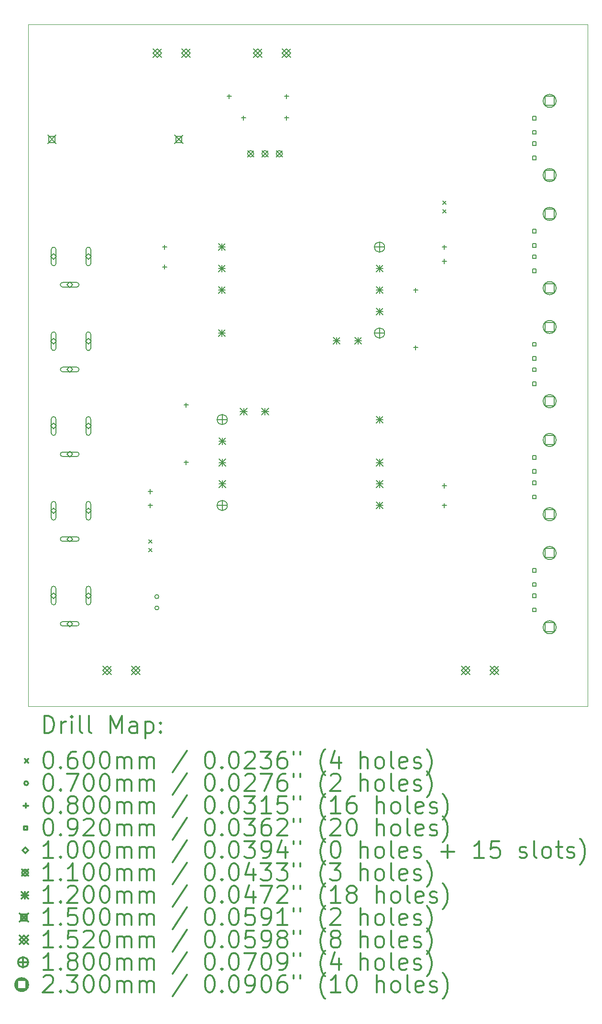
<source format=gbr>
%FSLAX45Y45*%
G04 Gerber Fmt 4.5, Leading zero omitted, Abs format (unit mm)*
G04 Created by KiCad (PCBNEW 5.1.12-84ad8e8a86~92~ubuntu20.04.1) date 2021-11-20 17:30:18*
%MOMM*%
%LPD*%
G01*
G04 APERTURE LIST*
%TA.AperFunction,Profile*%
%ADD10C,0.050000*%
%TD*%
%ADD11C,0.200000*%
%ADD12C,0.300000*%
G04 APERTURE END LIST*
D10*
X2032000Y-2032000D02*
X2032000Y-14097000D01*
X11938000Y-2032000D02*
X2032000Y-2032000D01*
X11938000Y-14097000D02*
X11938000Y-2032000D01*
X2032000Y-14097000D02*
X11938000Y-14097000D01*
D11*
X4161000Y-11146000D02*
X4221000Y-11206000D01*
X4221000Y-11146000D02*
X4161000Y-11206000D01*
X4161000Y-11296000D02*
X4221000Y-11356000D01*
X4221000Y-11296000D02*
X4161000Y-11356000D01*
X9368000Y-5154000D02*
X9428000Y-5214000D01*
X9428000Y-5154000D02*
X9368000Y-5214000D01*
X9368000Y-5304000D02*
X9428000Y-5364000D01*
X9428000Y-5304000D02*
X9368000Y-5364000D01*
X4342000Y-12154000D02*
G75*
G03*
X4342000Y-12154000I-35000J0D01*
G01*
X4342000Y-12354000D02*
G75*
G03*
X4342000Y-12354000I-35000J0D01*
G01*
X4191000Y-10251000D02*
X4191000Y-10331000D01*
X4151000Y-10291000D02*
X4231000Y-10291000D01*
X4191000Y-10501000D02*
X4191000Y-10581000D01*
X4151000Y-10541000D02*
X4231000Y-10541000D01*
X4445000Y-5929000D02*
X4445000Y-6009000D01*
X4405000Y-5969000D02*
X4485000Y-5969000D01*
X4445000Y-6279000D02*
X4445000Y-6359000D01*
X4405000Y-6319000D02*
X4485000Y-6319000D01*
X4826000Y-8723000D02*
X4826000Y-8803000D01*
X4786000Y-8763000D02*
X4866000Y-8763000D01*
X4826000Y-9739000D02*
X4826000Y-9819000D01*
X4786000Y-9779000D02*
X4866000Y-9779000D01*
X5588000Y-3262000D02*
X5588000Y-3342000D01*
X5548000Y-3302000D02*
X5628000Y-3302000D01*
X5842000Y-3643000D02*
X5842000Y-3723000D01*
X5802000Y-3683000D02*
X5882000Y-3683000D01*
X6604000Y-3262000D02*
X6604000Y-3342000D01*
X6564000Y-3302000D02*
X6644000Y-3302000D01*
X6604000Y-3643000D02*
X6604000Y-3723000D01*
X6564000Y-3683000D02*
X6644000Y-3683000D01*
X8890000Y-6691000D02*
X8890000Y-6771000D01*
X8850000Y-6731000D02*
X8930000Y-6731000D01*
X8890000Y-7707000D02*
X8890000Y-7787000D01*
X8850000Y-7747000D02*
X8930000Y-7747000D01*
X9398000Y-5929000D02*
X9398000Y-6009000D01*
X9358000Y-5969000D02*
X9438000Y-5969000D01*
X9398000Y-6179000D02*
X9398000Y-6259000D01*
X9358000Y-6219000D02*
X9438000Y-6219000D01*
X9398000Y-10151000D02*
X9398000Y-10231000D01*
X9358000Y-10191000D02*
X9438000Y-10191000D01*
X9398000Y-10501000D02*
X9398000Y-10581000D01*
X9358000Y-10541000D02*
X9438000Y-10541000D01*
X11024527Y-3721527D02*
X11024527Y-3656473D01*
X10959473Y-3656473D01*
X10959473Y-3721527D01*
X11024527Y-3721527D01*
X11024527Y-3971527D02*
X11024527Y-3906473D01*
X10959473Y-3906473D01*
X10959473Y-3971527D01*
X11024527Y-3971527D01*
X11024527Y-4171527D02*
X11024527Y-4106473D01*
X10959473Y-4106473D01*
X10959473Y-4171527D01*
X11024527Y-4171527D01*
X11024527Y-4421527D02*
X11024527Y-4356473D01*
X10959473Y-4356473D01*
X10959473Y-4421527D01*
X11024527Y-4421527D01*
X11024527Y-5721527D02*
X11024527Y-5656473D01*
X10959473Y-5656473D01*
X10959473Y-5721527D01*
X11024527Y-5721527D01*
X11024527Y-5971527D02*
X11024527Y-5906473D01*
X10959473Y-5906473D01*
X10959473Y-5971527D01*
X11024527Y-5971527D01*
X11024527Y-6171527D02*
X11024527Y-6106473D01*
X10959473Y-6106473D01*
X10959473Y-6171527D01*
X11024527Y-6171527D01*
X11024527Y-6421527D02*
X11024527Y-6356473D01*
X10959473Y-6356473D01*
X10959473Y-6421527D01*
X11024527Y-6421527D01*
X11024527Y-7721527D02*
X11024527Y-7656473D01*
X10959473Y-7656473D01*
X10959473Y-7721527D01*
X11024527Y-7721527D01*
X11024527Y-7971527D02*
X11024527Y-7906473D01*
X10959473Y-7906473D01*
X10959473Y-7971527D01*
X11024527Y-7971527D01*
X11024527Y-8171527D02*
X11024527Y-8106473D01*
X10959473Y-8106473D01*
X10959473Y-8171527D01*
X11024527Y-8171527D01*
X11024527Y-8421527D02*
X11024527Y-8356473D01*
X10959473Y-8356473D01*
X10959473Y-8421527D01*
X11024527Y-8421527D01*
X11024527Y-9721527D02*
X11024527Y-9656473D01*
X10959473Y-9656473D01*
X10959473Y-9721527D01*
X11024527Y-9721527D01*
X11024527Y-9971527D02*
X11024527Y-9906473D01*
X10959473Y-9906473D01*
X10959473Y-9971527D01*
X11024527Y-9971527D01*
X11024527Y-10171527D02*
X11024527Y-10106473D01*
X10959473Y-10106473D01*
X10959473Y-10171527D01*
X11024527Y-10171527D01*
X11024527Y-10421527D02*
X11024527Y-10356473D01*
X10959473Y-10356473D01*
X10959473Y-10421527D01*
X11024527Y-10421527D01*
X11024527Y-11721527D02*
X11024527Y-11656473D01*
X10959473Y-11656473D01*
X10959473Y-11721527D01*
X11024527Y-11721527D01*
X11024527Y-11971527D02*
X11024527Y-11906473D01*
X10959473Y-11906473D01*
X10959473Y-11971527D01*
X11024527Y-11971527D01*
X11024527Y-12171527D02*
X11024527Y-12106473D01*
X10959473Y-12106473D01*
X10959473Y-12171527D01*
X11024527Y-12171527D01*
X11024527Y-12421527D02*
X11024527Y-12356473D01*
X10959473Y-12356473D01*
X10959473Y-12421527D01*
X11024527Y-12421527D01*
X2480000Y-6185000D02*
X2530000Y-6135000D01*
X2480000Y-6085000D01*
X2430000Y-6135000D01*
X2480000Y-6185000D01*
X2440000Y-6010000D02*
X2440000Y-6260000D01*
X2520000Y-6010000D02*
X2520000Y-6260000D01*
X2440000Y-6260000D02*
G75*
G03*
X2520000Y-6260000I40000J0D01*
G01*
X2520000Y-6010000D02*
G75*
G03*
X2440000Y-6010000I-40000J0D01*
G01*
X2480000Y-7685000D02*
X2530000Y-7635000D01*
X2480000Y-7585000D01*
X2430000Y-7635000D01*
X2480000Y-7685000D01*
X2440000Y-7510000D02*
X2440000Y-7760000D01*
X2520000Y-7510000D02*
X2520000Y-7760000D01*
X2440000Y-7760000D02*
G75*
G03*
X2520000Y-7760000I40000J0D01*
G01*
X2520000Y-7510000D02*
G75*
G03*
X2440000Y-7510000I-40000J0D01*
G01*
X2480000Y-9185000D02*
X2530000Y-9135000D01*
X2480000Y-9085000D01*
X2430000Y-9135000D01*
X2480000Y-9185000D01*
X2440000Y-9010000D02*
X2440000Y-9260000D01*
X2520000Y-9010000D02*
X2520000Y-9260000D01*
X2440000Y-9260000D02*
G75*
G03*
X2520000Y-9260000I40000J0D01*
G01*
X2520000Y-9010000D02*
G75*
G03*
X2440000Y-9010000I-40000J0D01*
G01*
X2480000Y-10685000D02*
X2530000Y-10635000D01*
X2480000Y-10585000D01*
X2430000Y-10635000D01*
X2480000Y-10685000D01*
X2440000Y-10510000D02*
X2440000Y-10760000D01*
X2520000Y-10510000D02*
X2520000Y-10760000D01*
X2440000Y-10760000D02*
G75*
G03*
X2520000Y-10760000I40000J0D01*
G01*
X2520000Y-10510000D02*
G75*
G03*
X2440000Y-10510000I-40000J0D01*
G01*
X2480000Y-12185000D02*
X2530000Y-12135000D01*
X2480000Y-12085000D01*
X2430000Y-12135000D01*
X2480000Y-12185000D01*
X2440000Y-12010000D02*
X2440000Y-12260000D01*
X2520000Y-12010000D02*
X2520000Y-12260000D01*
X2440000Y-12260000D02*
G75*
G03*
X2520000Y-12260000I40000J0D01*
G01*
X2520000Y-12010000D02*
G75*
G03*
X2440000Y-12010000I-40000J0D01*
G01*
X2765000Y-6685000D02*
X2815000Y-6635000D01*
X2765000Y-6585000D01*
X2715000Y-6635000D01*
X2765000Y-6685000D01*
X2640000Y-6675000D02*
X2890000Y-6675000D01*
X2640000Y-6595000D02*
X2890000Y-6595000D01*
X2890000Y-6675000D02*
G75*
G03*
X2890000Y-6595000I0J40000D01*
G01*
X2640000Y-6595000D02*
G75*
G03*
X2640000Y-6675000I0J-40000D01*
G01*
X2765000Y-8185000D02*
X2815000Y-8135000D01*
X2765000Y-8085000D01*
X2715000Y-8135000D01*
X2765000Y-8185000D01*
X2640000Y-8175000D02*
X2890000Y-8175000D01*
X2640000Y-8095000D02*
X2890000Y-8095000D01*
X2890000Y-8175000D02*
G75*
G03*
X2890000Y-8095000I0J40000D01*
G01*
X2640000Y-8095000D02*
G75*
G03*
X2640000Y-8175000I0J-40000D01*
G01*
X2765000Y-9685000D02*
X2815000Y-9635000D01*
X2765000Y-9585000D01*
X2715000Y-9635000D01*
X2765000Y-9685000D01*
X2640000Y-9675000D02*
X2890000Y-9675000D01*
X2640000Y-9595000D02*
X2890000Y-9595000D01*
X2890000Y-9675000D02*
G75*
G03*
X2890000Y-9595000I0J40000D01*
G01*
X2640000Y-9595000D02*
G75*
G03*
X2640000Y-9675000I0J-40000D01*
G01*
X2765000Y-11185000D02*
X2815000Y-11135000D01*
X2765000Y-11085000D01*
X2715000Y-11135000D01*
X2765000Y-11185000D01*
X2640000Y-11175000D02*
X2890000Y-11175000D01*
X2640000Y-11095000D02*
X2890000Y-11095000D01*
X2890000Y-11175000D02*
G75*
G03*
X2890000Y-11095000I0J40000D01*
G01*
X2640000Y-11095000D02*
G75*
G03*
X2640000Y-11175000I0J-40000D01*
G01*
X2765000Y-12685000D02*
X2815000Y-12635000D01*
X2765000Y-12585000D01*
X2715000Y-12635000D01*
X2765000Y-12685000D01*
X2640000Y-12675000D02*
X2890000Y-12675000D01*
X2640000Y-12595000D02*
X2890000Y-12595000D01*
X2890000Y-12675000D02*
G75*
G03*
X2890000Y-12595000I0J40000D01*
G01*
X2640000Y-12595000D02*
G75*
G03*
X2640000Y-12675000I0J-40000D01*
G01*
X3095000Y-6185000D02*
X3145000Y-6135000D01*
X3095000Y-6085000D01*
X3045000Y-6135000D01*
X3095000Y-6185000D01*
X3055000Y-6010000D02*
X3055000Y-6260000D01*
X3135000Y-6010000D02*
X3135000Y-6260000D01*
X3055000Y-6260000D02*
G75*
G03*
X3135000Y-6260000I40000J0D01*
G01*
X3135000Y-6010000D02*
G75*
G03*
X3055000Y-6010000I-40000J0D01*
G01*
X3095000Y-7685000D02*
X3145000Y-7635000D01*
X3095000Y-7585000D01*
X3045000Y-7635000D01*
X3095000Y-7685000D01*
X3055000Y-7510000D02*
X3055000Y-7760000D01*
X3135000Y-7510000D02*
X3135000Y-7760000D01*
X3055000Y-7760000D02*
G75*
G03*
X3135000Y-7760000I40000J0D01*
G01*
X3135000Y-7510000D02*
G75*
G03*
X3055000Y-7510000I-40000J0D01*
G01*
X3095000Y-9185000D02*
X3145000Y-9135000D01*
X3095000Y-9085000D01*
X3045000Y-9135000D01*
X3095000Y-9185000D01*
X3055000Y-9010000D02*
X3055000Y-9260000D01*
X3135000Y-9010000D02*
X3135000Y-9260000D01*
X3055000Y-9260000D02*
G75*
G03*
X3135000Y-9260000I40000J0D01*
G01*
X3135000Y-9010000D02*
G75*
G03*
X3055000Y-9010000I-40000J0D01*
G01*
X3095000Y-10685000D02*
X3145000Y-10635000D01*
X3095000Y-10585000D01*
X3045000Y-10635000D01*
X3095000Y-10685000D01*
X3055000Y-10510000D02*
X3055000Y-10760000D01*
X3135000Y-10510000D02*
X3135000Y-10760000D01*
X3055000Y-10760000D02*
G75*
G03*
X3135000Y-10760000I40000J0D01*
G01*
X3135000Y-10510000D02*
G75*
G03*
X3055000Y-10510000I-40000J0D01*
G01*
X3095000Y-12185000D02*
X3145000Y-12135000D01*
X3095000Y-12085000D01*
X3045000Y-12135000D01*
X3095000Y-12185000D01*
X3055000Y-12010000D02*
X3055000Y-12260000D01*
X3135000Y-12010000D02*
X3135000Y-12260000D01*
X3055000Y-12260000D02*
G75*
G03*
X3135000Y-12260000I40000J0D01*
G01*
X3135000Y-12010000D02*
G75*
G03*
X3055000Y-12010000I-40000J0D01*
G01*
X5914000Y-4263000D02*
X6024000Y-4373000D01*
X6024000Y-4263000D02*
X5914000Y-4373000D01*
X6024000Y-4318000D02*
G75*
G03*
X6024000Y-4318000I-55000J0D01*
G01*
X6168000Y-4263000D02*
X6278000Y-4373000D01*
X6278000Y-4263000D02*
X6168000Y-4373000D01*
X6278000Y-4318000D02*
G75*
G03*
X6278000Y-4318000I-55000J0D01*
G01*
X6422000Y-4263000D02*
X6532000Y-4373000D01*
X6532000Y-4263000D02*
X6422000Y-4373000D01*
X6532000Y-4318000D02*
G75*
G03*
X6532000Y-4318000I-55000J0D01*
G01*
X5401000Y-5909000D02*
X5521000Y-6029000D01*
X5521000Y-5909000D02*
X5401000Y-6029000D01*
X5461000Y-5909000D02*
X5461000Y-6029000D01*
X5401000Y-5969000D02*
X5521000Y-5969000D01*
X5401000Y-6289000D02*
X5521000Y-6409000D01*
X5521000Y-6289000D02*
X5401000Y-6409000D01*
X5461000Y-6289000D02*
X5461000Y-6409000D01*
X5401000Y-6349000D02*
X5521000Y-6349000D01*
X5401000Y-6669000D02*
X5521000Y-6789000D01*
X5521000Y-6669000D02*
X5401000Y-6789000D01*
X5461000Y-6669000D02*
X5461000Y-6789000D01*
X5401000Y-6729000D02*
X5521000Y-6729000D01*
X5401000Y-7429000D02*
X5521000Y-7549000D01*
X5521000Y-7429000D02*
X5401000Y-7549000D01*
X5461000Y-7429000D02*
X5461000Y-7549000D01*
X5401000Y-7489000D02*
X5521000Y-7489000D01*
X5405000Y-9341000D02*
X5525000Y-9461000D01*
X5525000Y-9341000D02*
X5405000Y-9461000D01*
X5465000Y-9341000D02*
X5465000Y-9461000D01*
X5405000Y-9401000D02*
X5525000Y-9401000D01*
X5405000Y-9721000D02*
X5525000Y-9841000D01*
X5525000Y-9721000D02*
X5405000Y-9841000D01*
X5465000Y-9721000D02*
X5465000Y-9841000D01*
X5405000Y-9781000D02*
X5525000Y-9781000D01*
X5405000Y-10101000D02*
X5525000Y-10221000D01*
X5525000Y-10101000D02*
X5405000Y-10221000D01*
X5465000Y-10101000D02*
X5465000Y-10221000D01*
X5405000Y-10161000D02*
X5525000Y-10161000D01*
X5785000Y-8821000D02*
X5905000Y-8941000D01*
X5905000Y-8821000D02*
X5785000Y-8941000D01*
X5845000Y-8821000D02*
X5845000Y-8941000D01*
X5785000Y-8881000D02*
X5905000Y-8881000D01*
X6165000Y-8821000D02*
X6285000Y-8941000D01*
X6285000Y-8821000D02*
X6165000Y-8941000D01*
X6225000Y-8821000D02*
X6225000Y-8941000D01*
X6165000Y-8881000D02*
X6285000Y-8881000D01*
X7431000Y-7569000D02*
X7551000Y-7689000D01*
X7551000Y-7569000D02*
X7431000Y-7689000D01*
X7491000Y-7569000D02*
X7491000Y-7689000D01*
X7431000Y-7629000D02*
X7551000Y-7629000D01*
X7811000Y-7569000D02*
X7931000Y-7689000D01*
X7931000Y-7569000D02*
X7811000Y-7689000D01*
X7871000Y-7569000D02*
X7871000Y-7689000D01*
X7811000Y-7629000D02*
X7931000Y-7629000D01*
X8191000Y-6289000D02*
X8311000Y-6409000D01*
X8311000Y-6289000D02*
X8191000Y-6409000D01*
X8251000Y-6289000D02*
X8251000Y-6409000D01*
X8191000Y-6349000D02*
X8311000Y-6349000D01*
X8191000Y-6669000D02*
X8311000Y-6789000D01*
X8311000Y-6669000D02*
X8191000Y-6789000D01*
X8251000Y-6669000D02*
X8251000Y-6789000D01*
X8191000Y-6729000D02*
X8311000Y-6729000D01*
X8191000Y-7049000D02*
X8311000Y-7169000D01*
X8311000Y-7049000D02*
X8191000Y-7169000D01*
X8251000Y-7049000D02*
X8251000Y-7169000D01*
X8191000Y-7109000D02*
X8311000Y-7109000D01*
X8195000Y-8961000D02*
X8315000Y-9081000D01*
X8315000Y-8961000D02*
X8195000Y-9081000D01*
X8255000Y-8961000D02*
X8255000Y-9081000D01*
X8195000Y-9021000D02*
X8315000Y-9021000D01*
X8195000Y-9721000D02*
X8315000Y-9841000D01*
X8315000Y-9721000D02*
X8195000Y-9841000D01*
X8255000Y-9721000D02*
X8255000Y-9841000D01*
X8195000Y-9781000D02*
X8315000Y-9781000D01*
X8195000Y-10101000D02*
X8315000Y-10221000D01*
X8315000Y-10101000D02*
X8195000Y-10221000D01*
X8255000Y-10101000D02*
X8255000Y-10221000D01*
X8195000Y-10161000D02*
X8315000Y-10161000D01*
X8195000Y-10481000D02*
X8315000Y-10601000D01*
X8315000Y-10481000D02*
X8195000Y-10601000D01*
X8255000Y-10481000D02*
X8255000Y-10601000D01*
X8195000Y-10541000D02*
X8315000Y-10541000D01*
X2374000Y-3989000D02*
X2524000Y-4139000D01*
X2524000Y-3989000D02*
X2374000Y-4139000D01*
X2502034Y-4117033D02*
X2502034Y-4010966D01*
X2395967Y-4010966D01*
X2395967Y-4117033D01*
X2502034Y-4117033D01*
X4624000Y-3989000D02*
X4774000Y-4139000D01*
X4774000Y-3989000D02*
X4624000Y-4139000D01*
X4752034Y-4117033D02*
X4752034Y-4010966D01*
X4645967Y-4010966D01*
X4645967Y-4117033D01*
X4752034Y-4117033D01*
X3353000Y-13386000D02*
X3505000Y-13538000D01*
X3505000Y-13386000D02*
X3353000Y-13538000D01*
X3429000Y-13538000D02*
X3505000Y-13462000D01*
X3429000Y-13386000D01*
X3353000Y-13462000D01*
X3429000Y-13538000D01*
X3861000Y-13386000D02*
X4013000Y-13538000D01*
X4013000Y-13386000D02*
X3861000Y-13538000D01*
X3937000Y-13538000D02*
X4013000Y-13462000D01*
X3937000Y-13386000D01*
X3861000Y-13462000D01*
X3937000Y-13538000D01*
X4242000Y-2464000D02*
X4394000Y-2616000D01*
X4394000Y-2464000D02*
X4242000Y-2616000D01*
X4318000Y-2616000D02*
X4394000Y-2540000D01*
X4318000Y-2464000D01*
X4242000Y-2540000D01*
X4318000Y-2616000D01*
X4750000Y-2464000D02*
X4902000Y-2616000D01*
X4902000Y-2464000D02*
X4750000Y-2616000D01*
X4826000Y-2616000D02*
X4902000Y-2540000D01*
X4826000Y-2464000D01*
X4750000Y-2540000D01*
X4826000Y-2616000D01*
X6020000Y-2464000D02*
X6172000Y-2616000D01*
X6172000Y-2464000D02*
X6020000Y-2616000D01*
X6096000Y-2616000D02*
X6172000Y-2540000D01*
X6096000Y-2464000D01*
X6020000Y-2540000D01*
X6096000Y-2616000D01*
X6528000Y-2464000D02*
X6680000Y-2616000D01*
X6680000Y-2464000D02*
X6528000Y-2616000D01*
X6604000Y-2616000D02*
X6680000Y-2540000D01*
X6604000Y-2464000D01*
X6528000Y-2540000D01*
X6604000Y-2616000D01*
X9703000Y-13386000D02*
X9855000Y-13538000D01*
X9855000Y-13386000D02*
X9703000Y-13538000D01*
X9779000Y-13538000D02*
X9855000Y-13462000D01*
X9779000Y-13386000D01*
X9703000Y-13462000D01*
X9779000Y-13538000D01*
X10211000Y-13386000D02*
X10363000Y-13538000D01*
X10363000Y-13386000D02*
X10211000Y-13538000D01*
X10287000Y-13538000D02*
X10363000Y-13462000D01*
X10287000Y-13386000D01*
X10211000Y-13462000D01*
X10287000Y-13538000D01*
X5465000Y-8931000D02*
X5465000Y-9111000D01*
X5375000Y-9021000D02*
X5555000Y-9021000D01*
X5555000Y-9021000D02*
G75*
G03*
X5555000Y-9021000I-90000J0D01*
G01*
X5465000Y-10451000D02*
X5465000Y-10631000D01*
X5375000Y-10541000D02*
X5555000Y-10541000D01*
X5555000Y-10541000D02*
G75*
G03*
X5555000Y-10541000I-90000J0D01*
G01*
X8251000Y-5879000D02*
X8251000Y-6059000D01*
X8161000Y-5969000D02*
X8341000Y-5969000D01*
X8341000Y-5969000D02*
G75*
G03*
X8341000Y-5969000I-90000J0D01*
G01*
X8251000Y-7399000D02*
X8251000Y-7579000D01*
X8161000Y-7489000D02*
X8341000Y-7489000D01*
X8341000Y-7489000D02*
G75*
G03*
X8341000Y-7489000I-90000J0D01*
G01*
X11344318Y-3463318D02*
X11344318Y-3300682D01*
X11181682Y-3300682D01*
X11181682Y-3463318D01*
X11344318Y-3463318D01*
X11378000Y-3382000D02*
G75*
G03*
X11378000Y-3382000I-115000J0D01*
G01*
X11344318Y-4777318D02*
X11344318Y-4614682D01*
X11181682Y-4614682D01*
X11181682Y-4777318D01*
X11344318Y-4777318D01*
X11378000Y-4696000D02*
G75*
G03*
X11378000Y-4696000I-115000J0D01*
G01*
X11344318Y-5463318D02*
X11344318Y-5300682D01*
X11181682Y-5300682D01*
X11181682Y-5463318D01*
X11344318Y-5463318D01*
X11378000Y-5382000D02*
G75*
G03*
X11378000Y-5382000I-115000J0D01*
G01*
X11344318Y-6777318D02*
X11344318Y-6614682D01*
X11181682Y-6614682D01*
X11181682Y-6777318D01*
X11344318Y-6777318D01*
X11378000Y-6696000D02*
G75*
G03*
X11378000Y-6696000I-115000J0D01*
G01*
X11344318Y-7463318D02*
X11344318Y-7300682D01*
X11181682Y-7300682D01*
X11181682Y-7463318D01*
X11344318Y-7463318D01*
X11378000Y-7382000D02*
G75*
G03*
X11378000Y-7382000I-115000J0D01*
G01*
X11344318Y-8777318D02*
X11344318Y-8614682D01*
X11181682Y-8614682D01*
X11181682Y-8777318D01*
X11344318Y-8777318D01*
X11378000Y-8696000D02*
G75*
G03*
X11378000Y-8696000I-115000J0D01*
G01*
X11344318Y-9463318D02*
X11344318Y-9300682D01*
X11181682Y-9300682D01*
X11181682Y-9463318D01*
X11344318Y-9463318D01*
X11378000Y-9382000D02*
G75*
G03*
X11378000Y-9382000I-115000J0D01*
G01*
X11344318Y-10777318D02*
X11344318Y-10614682D01*
X11181682Y-10614682D01*
X11181682Y-10777318D01*
X11344318Y-10777318D01*
X11378000Y-10696000D02*
G75*
G03*
X11378000Y-10696000I-115000J0D01*
G01*
X11344318Y-11463318D02*
X11344318Y-11300682D01*
X11181682Y-11300682D01*
X11181682Y-11463318D01*
X11344318Y-11463318D01*
X11378000Y-11382000D02*
G75*
G03*
X11378000Y-11382000I-115000J0D01*
G01*
X11344318Y-12777318D02*
X11344318Y-12614682D01*
X11181682Y-12614682D01*
X11181682Y-12777318D01*
X11344318Y-12777318D01*
X11378000Y-12696000D02*
G75*
G03*
X11378000Y-12696000I-115000J0D01*
G01*
D12*
X2315928Y-14565214D02*
X2315928Y-14265214D01*
X2387357Y-14265214D01*
X2430214Y-14279500D01*
X2458786Y-14308071D01*
X2473071Y-14336643D01*
X2487357Y-14393786D01*
X2487357Y-14436643D01*
X2473071Y-14493786D01*
X2458786Y-14522357D01*
X2430214Y-14550929D01*
X2387357Y-14565214D01*
X2315928Y-14565214D01*
X2615928Y-14565214D02*
X2615928Y-14365214D01*
X2615928Y-14422357D02*
X2630214Y-14393786D01*
X2644500Y-14379500D01*
X2673071Y-14365214D01*
X2701643Y-14365214D01*
X2801643Y-14565214D02*
X2801643Y-14365214D01*
X2801643Y-14265214D02*
X2787357Y-14279500D01*
X2801643Y-14293786D01*
X2815928Y-14279500D01*
X2801643Y-14265214D01*
X2801643Y-14293786D01*
X2987357Y-14565214D02*
X2958786Y-14550929D01*
X2944500Y-14522357D01*
X2944500Y-14265214D01*
X3144500Y-14565214D02*
X3115928Y-14550929D01*
X3101643Y-14522357D01*
X3101643Y-14265214D01*
X3487357Y-14565214D02*
X3487357Y-14265214D01*
X3587357Y-14479500D01*
X3687357Y-14265214D01*
X3687357Y-14565214D01*
X3958786Y-14565214D02*
X3958786Y-14408071D01*
X3944500Y-14379500D01*
X3915928Y-14365214D01*
X3858786Y-14365214D01*
X3830214Y-14379500D01*
X3958786Y-14550929D02*
X3930214Y-14565214D01*
X3858786Y-14565214D01*
X3830214Y-14550929D01*
X3815928Y-14522357D01*
X3815928Y-14493786D01*
X3830214Y-14465214D01*
X3858786Y-14450929D01*
X3930214Y-14450929D01*
X3958786Y-14436643D01*
X4101643Y-14365214D02*
X4101643Y-14665214D01*
X4101643Y-14379500D02*
X4130214Y-14365214D01*
X4187357Y-14365214D01*
X4215928Y-14379500D01*
X4230214Y-14393786D01*
X4244500Y-14422357D01*
X4244500Y-14508071D01*
X4230214Y-14536643D01*
X4215928Y-14550929D01*
X4187357Y-14565214D01*
X4130214Y-14565214D01*
X4101643Y-14550929D01*
X4373071Y-14536643D02*
X4387357Y-14550929D01*
X4373071Y-14565214D01*
X4358786Y-14550929D01*
X4373071Y-14536643D01*
X4373071Y-14565214D01*
X4373071Y-14379500D02*
X4387357Y-14393786D01*
X4373071Y-14408071D01*
X4358786Y-14393786D01*
X4373071Y-14379500D01*
X4373071Y-14408071D01*
X1969500Y-15029500D02*
X2029500Y-15089500D01*
X2029500Y-15029500D02*
X1969500Y-15089500D01*
X2373071Y-14895214D02*
X2401643Y-14895214D01*
X2430214Y-14909500D01*
X2444500Y-14923786D01*
X2458786Y-14952357D01*
X2473071Y-15009500D01*
X2473071Y-15080929D01*
X2458786Y-15138071D01*
X2444500Y-15166643D01*
X2430214Y-15180929D01*
X2401643Y-15195214D01*
X2373071Y-15195214D01*
X2344500Y-15180929D01*
X2330214Y-15166643D01*
X2315928Y-15138071D01*
X2301643Y-15080929D01*
X2301643Y-15009500D01*
X2315928Y-14952357D01*
X2330214Y-14923786D01*
X2344500Y-14909500D01*
X2373071Y-14895214D01*
X2601643Y-15166643D02*
X2615928Y-15180929D01*
X2601643Y-15195214D01*
X2587357Y-15180929D01*
X2601643Y-15166643D01*
X2601643Y-15195214D01*
X2873071Y-14895214D02*
X2815928Y-14895214D01*
X2787357Y-14909500D01*
X2773071Y-14923786D01*
X2744500Y-14966643D01*
X2730214Y-15023786D01*
X2730214Y-15138071D01*
X2744500Y-15166643D01*
X2758786Y-15180929D01*
X2787357Y-15195214D01*
X2844500Y-15195214D01*
X2873071Y-15180929D01*
X2887357Y-15166643D01*
X2901643Y-15138071D01*
X2901643Y-15066643D01*
X2887357Y-15038071D01*
X2873071Y-15023786D01*
X2844500Y-15009500D01*
X2787357Y-15009500D01*
X2758786Y-15023786D01*
X2744500Y-15038071D01*
X2730214Y-15066643D01*
X3087357Y-14895214D02*
X3115928Y-14895214D01*
X3144500Y-14909500D01*
X3158786Y-14923786D01*
X3173071Y-14952357D01*
X3187357Y-15009500D01*
X3187357Y-15080929D01*
X3173071Y-15138071D01*
X3158786Y-15166643D01*
X3144500Y-15180929D01*
X3115928Y-15195214D01*
X3087357Y-15195214D01*
X3058786Y-15180929D01*
X3044500Y-15166643D01*
X3030214Y-15138071D01*
X3015928Y-15080929D01*
X3015928Y-15009500D01*
X3030214Y-14952357D01*
X3044500Y-14923786D01*
X3058786Y-14909500D01*
X3087357Y-14895214D01*
X3373071Y-14895214D02*
X3401643Y-14895214D01*
X3430214Y-14909500D01*
X3444500Y-14923786D01*
X3458786Y-14952357D01*
X3473071Y-15009500D01*
X3473071Y-15080929D01*
X3458786Y-15138071D01*
X3444500Y-15166643D01*
X3430214Y-15180929D01*
X3401643Y-15195214D01*
X3373071Y-15195214D01*
X3344500Y-15180929D01*
X3330214Y-15166643D01*
X3315928Y-15138071D01*
X3301643Y-15080929D01*
X3301643Y-15009500D01*
X3315928Y-14952357D01*
X3330214Y-14923786D01*
X3344500Y-14909500D01*
X3373071Y-14895214D01*
X3601643Y-15195214D02*
X3601643Y-14995214D01*
X3601643Y-15023786D02*
X3615928Y-15009500D01*
X3644500Y-14995214D01*
X3687357Y-14995214D01*
X3715928Y-15009500D01*
X3730214Y-15038071D01*
X3730214Y-15195214D01*
X3730214Y-15038071D02*
X3744500Y-15009500D01*
X3773071Y-14995214D01*
X3815928Y-14995214D01*
X3844500Y-15009500D01*
X3858786Y-15038071D01*
X3858786Y-15195214D01*
X4001643Y-15195214D02*
X4001643Y-14995214D01*
X4001643Y-15023786D02*
X4015928Y-15009500D01*
X4044500Y-14995214D01*
X4087357Y-14995214D01*
X4115928Y-15009500D01*
X4130214Y-15038071D01*
X4130214Y-15195214D01*
X4130214Y-15038071D02*
X4144500Y-15009500D01*
X4173071Y-14995214D01*
X4215928Y-14995214D01*
X4244500Y-15009500D01*
X4258786Y-15038071D01*
X4258786Y-15195214D01*
X4844500Y-14880929D02*
X4587357Y-15266643D01*
X5230214Y-14895214D02*
X5258786Y-14895214D01*
X5287357Y-14909500D01*
X5301643Y-14923786D01*
X5315928Y-14952357D01*
X5330214Y-15009500D01*
X5330214Y-15080929D01*
X5315928Y-15138071D01*
X5301643Y-15166643D01*
X5287357Y-15180929D01*
X5258786Y-15195214D01*
X5230214Y-15195214D01*
X5201643Y-15180929D01*
X5187357Y-15166643D01*
X5173071Y-15138071D01*
X5158786Y-15080929D01*
X5158786Y-15009500D01*
X5173071Y-14952357D01*
X5187357Y-14923786D01*
X5201643Y-14909500D01*
X5230214Y-14895214D01*
X5458786Y-15166643D02*
X5473071Y-15180929D01*
X5458786Y-15195214D01*
X5444500Y-15180929D01*
X5458786Y-15166643D01*
X5458786Y-15195214D01*
X5658786Y-14895214D02*
X5687357Y-14895214D01*
X5715928Y-14909500D01*
X5730214Y-14923786D01*
X5744500Y-14952357D01*
X5758786Y-15009500D01*
X5758786Y-15080929D01*
X5744500Y-15138071D01*
X5730214Y-15166643D01*
X5715928Y-15180929D01*
X5687357Y-15195214D01*
X5658786Y-15195214D01*
X5630214Y-15180929D01*
X5615928Y-15166643D01*
X5601643Y-15138071D01*
X5587357Y-15080929D01*
X5587357Y-15009500D01*
X5601643Y-14952357D01*
X5615928Y-14923786D01*
X5630214Y-14909500D01*
X5658786Y-14895214D01*
X5873071Y-14923786D02*
X5887357Y-14909500D01*
X5915928Y-14895214D01*
X5987357Y-14895214D01*
X6015928Y-14909500D01*
X6030214Y-14923786D01*
X6044500Y-14952357D01*
X6044500Y-14980929D01*
X6030214Y-15023786D01*
X5858786Y-15195214D01*
X6044500Y-15195214D01*
X6144500Y-14895214D02*
X6330214Y-14895214D01*
X6230214Y-15009500D01*
X6273071Y-15009500D01*
X6301643Y-15023786D01*
X6315928Y-15038071D01*
X6330214Y-15066643D01*
X6330214Y-15138071D01*
X6315928Y-15166643D01*
X6301643Y-15180929D01*
X6273071Y-15195214D01*
X6187357Y-15195214D01*
X6158786Y-15180929D01*
X6144500Y-15166643D01*
X6587357Y-14895214D02*
X6530214Y-14895214D01*
X6501643Y-14909500D01*
X6487357Y-14923786D01*
X6458786Y-14966643D01*
X6444500Y-15023786D01*
X6444500Y-15138071D01*
X6458786Y-15166643D01*
X6473071Y-15180929D01*
X6501643Y-15195214D01*
X6558786Y-15195214D01*
X6587357Y-15180929D01*
X6601643Y-15166643D01*
X6615928Y-15138071D01*
X6615928Y-15066643D01*
X6601643Y-15038071D01*
X6587357Y-15023786D01*
X6558786Y-15009500D01*
X6501643Y-15009500D01*
X6473071Y-15023786D01*
X6458786Y-15038071D01*
X6444500Y-15066643D01*
X6730214Y-14895214D02*
X6730214Y-14952357D01*
X6844500Y-14895214D02*
X6844500Y-14952357D01*
X7287357Y-15309500D02*
X7273071Y-15295214D01*
X7244500Y-15252357D01*
X7230214Y-15223786D01*
X7215928Y-15180929D01*
X7201643Y-15109500D01*
X7201643Y-15052357D01*
X7215928Y-14980929D01*
X7230214Y-14938071D01*
X7244500Y-14909500D01*
X7273071Y-14866643D01*
X7287357Y-14852357D01*
X7530214Y-14995214D02*
X7530214Y-15195214D01*
X7458786Y-14880929D02*
X7387357Y-15095214D01*
X7573071Y-15095214D01*
X7915928Y-15195214D02*
X7915928Y-14895214D01*
X8044500Y-15195214D02*
X8044500Y-15038071D01*
X8030214Y-15009500D01*
X8001643Y-14995214D01*
X7958786Y-14995214D01*
X7930214Y-15009500D01*
X7915928Y-15023786D01*
X8230214Y-15195214D02*
X8201643Y-15180929D01*
X8187357Y-15166643D01*
X8173071Y-15138071D01*
X8173071Y-15052357D01*
X8187357Y-15023786D01*
X8201643Y-15009500D01*
X8230214Y-14995214D01*
X8273071Y-14995214D01*
X8301643Y-15009500D01*
X8315928Y-15023786D01*
X8330214Y-15052357D01*
X8330214Y-15138071D01*
X8315928Y-15166643D01*
X8301643Y-15180929D01*
X8273071Y-15195214D01*
X8230214Y-15195214D01*
X8501643Y-15195214D02*
X8473071Y-15180929D01*
X8458786Y-15152357D01*
X8458786Y-14895214D01*
X8730214Y-15180929D02*
X8701643Y-15195214D01*
X8644500Y-15195214D01*
X8615928Y-15180929D01*
X8601643Y-15152357D01*
X8601643Y-15038071D01*
X8615928Y-15009500D01*
X8644500Y-14995214D01*
X8701643Y-14995214D01*
X8730214Y-15009500D01*
X8744500Y-15038071D01*
X8744500Y-15066643D01*
X8601643Y-15095214D01*
X8858786Y-15180929D02*
X8887357Y-15195214D01*
X8944500Y-15195214D01*
X8973071Y-15180929D01*
X8987357Y-15152357D01*
X8987357Y-15138071D01*
X8973071Y-15109500D01*
X8944500Y-15095214D01*
X8901643Y-15095214D01*
X8873071Y-15080929D01*
X8858786Y-15052357D01*
X8858786Y-15038071D01*
X8873071Y-15009500D01*
X8901643Y-14995214D01*
X8944500Y-14995214D01*
X8973071Y-15009500D01*
X9087357Y-15309500D02*
X9101643Y-15295214D01*
X9130214Y-15252357D01*
X9144500Y-15223786D01*
X9158786Y-15180929D01*
X9173071Y-15109500D01*
X9173071Y-15052357D01*
X9158786Y-14980929D01*
X9144500Y-14938071D01*
X9130214Y-14909500D01*
X9101643Y-14866643D01*
X9087357Y-14852357D01*
X2029500Y-15455500D02*
G75*
G03*
X2029500Y-15455500I-35000J0D01*
G01*
X2373071Y-15291214D02*
X2401643Y-15291214D01*
X2430214Y-15305500D01*
X2444500Y-15319786D01*
X2458786Y-15348357D01*
X2473071Y-15405500D01*
X2473071Y-15476929D01*
X2458786Y-15534071D01*
X2444500Y-15562643D01*
X2430214Y-15576929D01*
X2401643Y-15591214D01*
X2373071Y-15591214D01*
X2344500Y-15576929D01*
X2330214Y-15562643D01*
X2315928Y-15534071D01*
X2301643Y-15476929D01*
X2301643Y-15405500D01*
X2315928Y-15348357D01*
X2330214Y-15319786D01*
X2344500Y-15305500D01*
X2373071Y-15291214D01*
X2601643Y-15562643D02*
X2615928Y-15576929D01*
X2601643Y-15591214D01*
X2587357Y-15576929D01*
X2601643Y-15562643D01*
X2601643Y-15591214D01*
X2715928Y-15291214D02*
X2915928Y-15291214D01*
X2787357Y-15591214D01*
X3087357Y-15291214D02*
X3115928Y-15291214D01*
X3144500Y-15305500D01*
X3158786Y-15319786D01*
X3173071Y-15348357D01*
X3187357Y-15405500D01*
X3187357Y-15476929D01*
X3173071Y-15534071D01*
X3158786Y-15562643D01*
X3144500Y-15576929D01*
X3115928Y-15591214D01*
X3087357Y-15591214D01*
X3058786Y-15576929D01*
X3044500Y-15562643D01*
X3030214Y-15534071D01*
X3015928Y-15476929D01*
X3015928Y-15405500D01*
X3030214Y-15348357D01*
X3044500Y-15319786D01*
X3058786Y-15305500D01*
X3087357Y-15291214D01*
X3373071Y-15291214D02*
X3401643Y-15291214D01*
X3430214Y-15305500D01*
X3444500Y-15319786D01*
X3458786Y-15348357D01*
X3473071Y-15405500D01*
X3473071Y-15476929D01*
X3458786Y-15534071D01*
X3444500Y-15562643D01*
X3430214Y-15576929D01*
X3401643Y-15591214D01*
X3373071Y-15591214D01*
X3344500Y-15576929D01*
X3330214Y-15562643D01*
X3315928Y-15534071D01*
X3301643Y-15476929D01*
X3301643Y-15405500D01*
X3315928Y-15348357D01*
X3330214Y-15319786D01*
X3344500Y-15305500D01*
X3373071Y-15291214D01*
X3601643Y-15591214D02*
X3601643Y-15391214D01*
X3601643Y-15419786D02*
X3615928Y-15405500D01*
X3644500Y-15391214D01*
X3687357Y-15391214D01*
X3715928Y-15405500D01*
X3730214Y-15434071D01*
X3730214Y-15591214D01*
X3730214Y-15434071D02*
X3744500Y-15405500D01*
X3773071Y-15391214D01*
X3815928Y-15391214D01*
X3844500Y-15405500D01*
X3858786Y-15434071D01*
X3858786Y-15591214D01*
X4001643Y-15591214D02*
X4001643Y-15391214D01*
X4001643Y-15419786D02*
X4015928Y-15405500D01*
X4044500Y-15391214D01*
X4087357Y-15391214D01*
X4115928Y-15405500D01*
X4130214Y-15434071D01*
X4130214Y-15591214D01*
X4130214Y-15434071D02*
X4144500Y-15405500D01*
X4173071Y-15391214D01*
X4215928Y-15391214D01*
X4244500Y-15405500D01*
X4258786Y-15434071D01*
X4258786Y-15591214D01*
X4844500Y-15276929D02*
X4587357Y-15662643D01*
X5230214Y-15291214D02*
X5258786Y-15291214D01*
X5287357Y-15305500D01*
X5301643Y-15319786D01*
X5315928Y-15348357D01*
X5330214Y-15405500D01*
X5330214Y-15476929D01*
X5315928Y-15534071D01*
X5301643Y-15562643D01*
X5287357Y-15576929D01*
X5258786Y-15591214D01*
X5230214Y-15591214D01*
X5201643Y-15576929D01*
X5187357Y-15562643D01*
X5173071Y-15534071D01*
X5158786Y-15476929D01*
X5158786Y-15405500D01*
X5173071Y-15348357D01*
X5187357Y-15319786D01*
X5201643Y-15305500D01*
X5230214Y-15291214D01*
X5458786Y-15562643D02*
X5473071Y-15576929D01*
X5458786Y-15591214D01*
X5444500Y-15576929D01*
X5458786Y-15562643D01*
X5458786Y-15591214D01*
X5658786Y-15291214D02*
X5687357Y-15291214D01*
X5715928Y-15305500D01*
X5730214Y-15319786D01*
X5744500Y-15348357D01*
X5758786Y-15405500D01*
X5758786Y-15476929D01*
X5744500Y-15534071D01*
X5730214Y-15562643D01*
X5715928Y-15576929D01*
X5687357Y-15591214D01*
X5658786Y-15591214D01*
X5630214Y-15576929D01*
X5615928Y-15562643D01*
X5601643Y-15534071D01*
X5587357Y-15476929D01*
X5587357Y-15405500D01*
X5601643Y-15348357D01*
X5615928Y-15319786D01*
X5630214Y-15305500D01*
X5658786Y-15291214D01*
X5873071Y-15319786D02*
X5887357Y-15305500D01*
X5915928Y-15291214D01*
X5987357Y-15291214D01*
X6015928Y-15305500D01*
X6030214Y-15319786D01*
X6044500Y-15348357D01*
X6044500Y-15376929D01*
X6030214Y-15419786D01*
X5858786Y-15591214D01*
X6044500Y-15591214D01*
X6144500Y-15291214D02*
X6344500Y-15291214D01*
X6215928Y-15591214D01*
X6587357Y-15291214D02*
X6530214Y-15291214D01*
X6501643Y-15305500D01*
X6487357Y-15319786D01*
X6458786Y-15362643D01*
X6444500Y-15419786D01*
X6444500Y-15534071D01*
X6458786Y-15562643D01*
X6473071Y-15576929D01*
X6501643Y-15591214D01*
X6558786Y-15591214D01*
X6587357Y-15576929D01*
X6601643Y-15562643D01*
X6615928Y-15534071D01*
X6615928Y-15462643D01*
X6601643Y-15434071D01*
X6587357Y-15419786D01*
X6558786Y-15405500D01*
X6501643Y-15405500D01*
X6473071Y-15419786D01*
X6458786Y-15434071D01*
X6444500Y-15462643D01*
X6730214Y-15291214D02*
X6730214Y-15348357D01*
X6844500Y-15291214D02*
X6844500Y-15348357D01*
X7287357Y-15705500D02*
X7273071Y-15691214D01*
X7244500Y-15648357D01*
X7230214Y-15619786D01*
X7215928Y-15576929D01*
X7201643Y-15505500D01*
X7201643Y-15448357D01*
X7215928Y-15376929D01*
X7230214Y-15334071D01*
X7244500Y-15305500D01*
X7273071Y-15262643D01*
X7287357Y-15248357D01*
X7387357Y-15319786D02*
X7401643Y-15305500D01*
X7430214Y-15291214D01*
X7501643Y-15291214D01*
X7530214Y-15305500D01*
X7544500Y-15319786D01*
X7558786Y-15348357D01*
X7558786Y-15376929D01*
X7544500Y-15419786D01*
X7373071Y-15591214D01*
X7558786Y-15591214D01*
X7915928Y-15591214D02*
X7915928Y-15291214D01*
X8044500Y-15591214D02*
X8044500Y-15434071D01*
X8030214Y-15405500D01*
X8001643Y-15391214D01*
X7958786Y-15391214D01*
X7930214Y-15405500D01*
X7915928Y-15419786D01*
X8230214Y-15591214D02*
X8201643Y-15576929D01*
X8187357Y-15562643D01*
X8173071Y-15534071D01*
X8173071Y-15448357D01*
X8187357Y-15419786D01*
X8201643Y-15405500D01*
X8230214Y-15391214D01*
X8273071Y-15391214D01*
X8301643Y-15405500D01*
X8315928Y-15419786D01*
X8330214Y-15448357D01*
X8330214Y-15534071D01*
X8315928Y-15562643D01*
X8301643Y-15576929D01*
X8273071Y-15591214D01*
X8230214Y-15591214D01*
X8501643Y-15591214D02*
X8473071Y-15576929D01*
X8458786Y-15548357D01*
X8458786Y-15291214D01*
X8730214Y-15576929D02*
X8701643Y-15591214D01*
X8644500Y-15591214D01*
X8615928Y-15576929D01*
X8601643Y-15548357D01*
X8601643Y-15434071D01*
X8615928Y-15405500D01*
X8644500Y-15391214D01*
X8701643Y-15391214D01*
X8730214Y-15405500D01*
X8744500Y-15434071D01*
X8744500Y-15462643D01*
X8601643Y-15491214D01*
X8858786Y-15576929D02*
X8887357Y-15591214D01*
X8944500Y-15591214D01*
X8973071Y-15576929D01*
X8987357Y-15548357D01*
X8987357Y-15534071D01*
X8973071Y-15505500D01*
X8944500Y-15491214D01*
X8901643Y-15491214D01*
X8873071Y-15476929D01*
X8858786Y-15448357D01*
X8858786Y-15434071D01*
X8873071Y-15405500D01*
X8901643Y-15391214D01*
X8944500Y-15391214D01*
X8973071Y-15405500D01*
X9087357Y-15705500D02*
X9101643Y-15691214D01*
X9130214Y-15648357D01*
X9144500Y-15619786D01*
X9158786Y-15576929D01*
X9173071Y-15505500D01*
X9173071Y-15448357D01*
X9158786Y-15376929D01*
X9144500Y-15334071D01*
X9130214Y-15305500D01*
X9101643Y-15262643D01*
X9087357Y-15248357D01*
X1989500Y-15811500D02*
X1989500Y-15891500D01*
X1949500Y-15851500D02*
X2029500Y-15851500D01*
X2373071Y-15687214D02*
X2401643Y-15687214D01*
X2430214Y-15701500D01*
X2444500Y-15715786D01*
X2458786Y-15744357D01*
X2473071Y-15801500D01*
X2473071Y-15872929D01*
X2458786Y-15930071D01*
X2444500Y-15958643D01*
X2430214Y-15972929D01*
X2401643Y-15987214D01*
X2373071Y-15987214D01*
X2344500Y-15972929D01*
X2330214Y-15958643D01*
X2315928Y-15930071D01*
X2301643Y-15872929D01*
X2301643Y-15801500D01*
X2315928Y-15744357D01*
X2330214Y-15715786D01*
X2344500Y-15701500D01*
X2373071Y-15687214D01*
X2601643Y-15958643D02*
X2615928Y-15972929D01*
X2601643Y-15987214D01*
X2587357Y-15972929D01*
X2601643Y-15958643D01*
X2601643Y-15987214D01*
X2787357Y-15815786D02*
X2758786Y-15801500D01*
X2744500Y-15787214D01*
X2730214Y-15758643D01*
X2730214Y-15744357D01*
X2744500Y-15715786D01*
X2758786Y-15701500D01*
X2787357Y-15687214D01*
X2844500Y-15687214D01*
X2873071Y-15701500D01*
X2887357Y-15715786D01*
X2901643Y-15744357D01*
X2901643Y-15758643D01*
X2887357Y-15787214D01*
X2873071Y-15801500D01*
X2844500Y-15815786D01*
X2787357Y-15815786D01*
X2758786Y-15830071D01*
X2744500Y-15844357D01*
X2730214Y-15872929D01*
X2730214Y-15930071D01*
X2744500Y-15958643D01*
X2758786Y-15972929D01*
X2787357Y-15987214D01*
X2844500Y-15987214D01*
X2873071Y-15972929D01*
X2887357Y-15958643D01*
X2901643Y-15930071D01*
X2901643Y-15872929D01*
X2887357Y-15844357D01*
X2873071Y-15830071D01*
X2844500Y-15815786D01*
X3087357Y-15687214D02*
X3115928Y-15687214D01*
X3144500Y-15701500D01*
X3158786Y-15715786D01*
X3173071Y-15744357D01*
X3187357Y-15801500D01*
X3187357Y-15872929D01*
X3173071Y-15930071D01*
X3158786Y-15958643D01*
X3144500Y-15972929D01*
X3115928Y-15987214D01*
X3087357Y-15987214D01*
X3058786Y-15972929D01*
X3044500Y-15958643D01*
X3030214Y-15930071D01*
X3015928Y-15872929D01*
X3015928Y-15801500D01*
X3030214Y-15744357D01*
X3044500Y-15715786D01*
X3058786Y-15701500D01*
X3087357Y-15687214D01*
X3373071Y-15687214D02*
X3401643Y-15687214D01*
X3430214Y-15701500D01*
X3444500Y-15715786D01*
X3458786Y-15744357D01*
X3473071Y-15801500D01*
X3473071Y-15872929D01*
X3458786Y-15930071D01*
X3444500Y-15958643D01*
X3430214Y-15972929D01*
X3401643Y-15987214D01*
X3373071Y-15987214D01*
X3344500Y-15972929D01*
X3330214Y-15958643D01*
X3315928Y-15930071D01*
X3301643Y-15872929D01*
X3301643Y-15801500D01*
X3315928Y-15744357D01*
X3330214Y-15715786D01*
X3344500Y-15701500D01*
X3373071Y-15687214D01*
X3601643Y-15987214D02*
X3601643Y-15787214D01*
X3601643Y-15815786D02*
X3615928Y-15801500D01*
X3644500Y-15787214D01*
X3687357Y-15787214D01*
X3715928Y-15801500D01*
X3730214Y-15830071D01*
X3730214Y-15987214D01*
X3730214Y-15830071D02*
X3744500Y-15801500D01*
X3773071Y-15787214D01*
X3815928Y-15787214D01*
X3844500Y-15801500D01*
X3858786Y-15830071D01*
X3858786Y-15987214D01*
X4001643Y-15987214D02*
X4001643Y-15787214D01*
X4001643Y-15815786D02*
X4015928Y-15801500D01*
X4044500Y-15787214D01*
X4087357Y-15787214D01*
X4115928Y-15801500D01*
X4130214Y-15830071D01*
X4130214Y-15987214D01*
X4130214Y-15830071D02*
X4144500Y-15801500D01*
X4173071Y-15787214D01*
X4215928Y-15787214D01*
X4244500Y-15801500D01*
X4258786Y-15830071D01*
X4258786Y-15987214D01*
X4844500Y-15672929D02*
X4587357Y-16058643D01*
X5230214Y-15687214D02*
X5258786Y-15687214D01*
X5287357Y-15701500D01*
X5301643Y-15715786D01*
X5315928Y-15744357D01*
X5330214Y-15801500D01*
X5330214Y-15872929D01*
X5315928Y-15930071D01*
X5301643Y-15958643D01*
X5287357Y-15972929D01*
X5258786Y-15987214D01*
X5230214Y-15987214D01*
X5201643Y-15972929D01*
X5187357Y-15958643D01*
X5173071Y-15930071D01*
X5158786Y-15872929D01*
X5158786Y-15801500D01*
X5173071Y-15744357D01*
X5187357Y-15715786D01*
X5201643Y-15701500D01*
X5230214Y-15687214D01*
X5458786Y-15958643D02*
X5473071Y-15972929D01*
X5458786Y-15987214D01*
X5444500Y-15972929D01*
X5458786Y-15958643D01*
X5458786Y-15987214D01*
X5658786Y-15687214D02*
X5687357Y-15687214D01*
X5715928Y-15701500D01*
X5730214Y-15715786D01*
X5744500Y-15744357D01*
X5758786Y-15801500D01*
X5758786Y-15872929D01*
X5744500Y-15930071D01*
X5730214Y-15958643D01*
X5715928Y-15972929D01*
X5687357Y-15987214D01*
X5658786Y-15987214D01*
X5630214Y-15972929D01*
X5615928Y-15958643D01*
X5601643Y-15930071D01*
X5587357Y-15872929D01*
X5587357Y-15801500D01*
X5601643Y-15744357D01*
X5615928Y-15715786D01*
X5630214Y-15701500D01*
X5658786Y-15687214D01*
X5858786Y-15687214D02*
X6044500Y-15687214D01*
X5944500Y-15801500D01*
X5987357Y-15801500D01*
X6015928Y-15815786D01*
X6030214Y-15830071D01*
X6044500Y-15858643D01*
X6044500Y-15930071D01*
X6030214Y-15958643D01*
X6015928Y-15972929D01*
X5987357Y-15987214D01*
X5901643Y-15987214D01*
X5873071Y-15972929D01*
X5858786Y-15958643D01*
X6330214Y-15987214D02*
X6158786Y-15987214D01*
X6244500Y-15987214D02*
X6244500Y-15687214D01*
X6215928Y-15730071D01*
X6187357Y-15758643D01*
X6158786Y-15772929D01*
X6601643Y-15687214D02*
X6458786Y-15687214D01*
X6444500Y-15830071D01*
X6458786Y-15815786D01*
X6487357Y-15801500D01*
X6558786Y-15801500D01*
X6587357Y-15815786D01*
X6601643Y-15830071D01*
X6615928Y-15858643D01*
X6615928Y-15930071D01*
X6601643Y-15958643D01*
X6587357Y-15972929D01*
X6558786Y-15987214D01*
X6487357Y-15987214D01*
X6458786Y-15972929D01*
X6444500Y-15958643D01*
X6730214Y-15687214D02*
X6730214Y-15744357D01*
X6844500Y-15687214D02*
X6844500Y-15744357D01*
X7287357Y-16101500D02*
X7273071Y-16087214D01*
X7244500Y-16044357D01*
X7230214Y-16015786D01*
X7215928Y-15972929D01*
X7201643Y-15901500D01*
X7201643Y-15844357D01*
X7215928Y-15772929D01*
X7230214Y-15730071D01*
X7244500Y-15701500D01*
X7273071Y-15658643D01*
X7287357Y-15644357D01*
X7558786Y-15987214D02*
X7387357Y-15987214D01*
X7473071Y-15987214D02*
X7473071Y-15687214D01*
X7444500Y-15730071D01*
X7415928Y-15758643D01*
X7387357Y-15772929D01*
X7815928Y-15687214D02*
X7758786Y-15687214D01*
X7730214Y-15701500D01*
X7715928Y-15715786D01*
X7687357Y-15758643D01*
X7673071Y-15815786D01*
X7673071Y-15930071D01*
X7687357Y-15958643D01*
X7701643Y-15972929D01*
X7730214Y-15987214D01*
X7787357Y-15987214D01*
X7815928Y-15972929D01*
X7830214Y-15958643D01*
X7844500Y-15930071D01*
X7844500Y-15858643D01*
X7830214Y-15830071D01*
X7815928Y-15815786D01*
X7787357Y-15801500D01*
X7730214Y-15801500D01*
X7701643Y-15815786D01*
X7687357Y-15830071D01*
X7673071Y-15858643D01*
X8201643Y-15987214D02*
X8201643Y-15687214D01*
X8330214Y-15987214D02*
X8330214Y-15830071D01*
X8315928Y-15801500D01*
X8287357Y-15787214D01*
X8244500Y-15787214D01*
X8215928Y-15801500D01*
X8201643Y-15815786D01*
X8515928Y-15987214D02*
X8487357Y-15972929D01*
X8473071Y-15958643D01*
X8458786Y-15930071D01*
X8458786Y-15844357D01*
X8473071Y-15815786D01*
X8487357Y-15801500D01*
X8515928Y-15787214D01*
X8558786Y-15787214D01*
X8587357Y-15801500D01*
X8601643Y-15815786D01*
X8615928Y-15844357D01*
X8615928Y-15930071D01*
X8601643Y-15958643D01*
X8587357Y-15972929D01*
X8558786Y-15987214D01*
X8515928Y-15987214D01*
X8787357Y-15987214D02*
X8758786Y-15972929D01*
X8744500Y-15944357D01*
X8744500Y-15687214D01*
X9015928Y-15972929D02*
X8987357Y-15987214D01*
X8930214Y-15987214D01*
X8901643Y-15972929D01*
X8887357Y-15944357D01*
X8887357Y-15830071D01*
X8901643Y-15801500D01*
X8930214Y-15787214D01*
X8987357Y-15787214D01*
X9015928Y-15801500D01*
X9030214Y-15830071D01*
X9030214Y-15858643D01*
X8887357Y-15887214D01*
X9144500Y-15972929D02*
X9173071Y-15987214D01*
X9230214Y-15987214D01*
X9258786Y-15972929D01*
X9273071Y-15944357D01*
X9273071Y-15930071D01*
X9258786Y-15901500D01*
X9230214Y-15887214D01*
X9187357Y-15887214D01*
X9158786Y-15872929D01*
X9144500Y-15844357D01*
X9144500Y-15830071D01*
X9158786Y-15801500D01*
X9187357Y-15787214D01*
X9230214Y-15787214D01*
X9258786Y-15801500D01*
X9373071Y-16101500D02*
X9387357Y-16087214D01*
X9415928Y-16044357D01*
X9430214Y-16015786D01*
X9444500Y-15972929D01*
X9458786Y-15901500D01*
X9458786Y-15844357D01*
X9444500Y-15772929D01*
X9430214Y-15730071D01*
X9415928Y-15701500D01*
X9387357Y-15658643D01*
X9373071Y-15644357D01*
X2016027Y-16280027D02*
X2016027Y-16214973D01*
X1950973Y-16214973D01*
X1950973Y-16280027D01*
X2016027Y-16280027D01*
X2373071Y-16083214D02*
X2401643Y-16083214D01*
X2430214Y-16097500D01*
X2444500Y-16111786D01*
X2458786Y-16140357D01*
X2473071Y-16197500D01*
X2473071Y-16268929D01*
X2458786Y-16326071D01*
X2444500Y-16354643D01*
X2430214Y-16368929D01*
X2401643Y-16383214D01*
X2373071Y-16383214D01*
X2344500Y-16368929D01*
X2330214Y-16354643D01*
X2315928Y-16326071D01*
X2301643Y-16268929D01*
X2301643Y-16197500D01*
X2315928Y-16140357D01*
X2330214Y-16111786D01*
X2344500Y-16097500D01*
X2373071Y-16083214D01*
X2601643Y-16354643D02*
X2615928Y-16368929D01*
X2601643Y-16383214D01*
X2587357Y-16368929D01*
X2601643Y-16354643D01*
X2601643Y-16383214D01*
X2758786Y-16383214D02*
X2815928Y-16383214D01*
X2844500Y-16368929D01*
X2858786Y-16354643D01*
X2887357Y-16311786D01*
X2901643Y-16254643D01*
X2901643Y-16140357D01*
X2887357Y-16111786D01*
X2873071Y-16097500D01*
X2844500Y-16083214D01*
X2787357Y-16083214D01*
X2758786Y-16097500D01*
X2744500Y-16111786D01*
X2730214Y-16140357D01*
X2730214Y-16211786D01*
X2744500Y-16240357D01*
X2758786Y-16254643D01*
X2787357Y-16268929D01*
X2844500Y-16268929D01*
X2873071Y-16254643D01*
X2887357Y-16240357D01*
X2901643Y-16211786D01*
X3015928Y-16111786D02*
X3030214Y-16097500D01*
X3058786Y-16083214D01*
X3130214Y-16083214D01*
X3158786Y-16097500D01*
X3173071Y-16111786D01*
X3187357Y-16140357D01*
X3187357Y-16168929D01*
X3173071Y-16211786D01*
X3001643Y-16383214D01*
X3187357Y-16383214D01*
X3373071Y-16083214D02*
X3401643Y-16083214D01*
X3430214Y-16097500D01*
X3444500Y-16111786D01*
X3458786Y-16140357D01*
X3473071Y-16197500D01*
X3473071Y-16268929D01*
X3458786Y-16326071D01*
X3444500Y-16354643D01*
X3430214Y-16368929D01*
X3401643Y-16383214D01*
X3373071Y-16383214D01*
X3344500Y-16368929D01*
X3330214Y-16354643D01*
X3315928Y-16326071D01*
X3301643Y-16268929D01*
X3301643Y-16197500D01*
X3315928Y-16140357D01*
X3330214Y-16111786D01*
X3344500Y-16097500D01*
X3373071Y-16083214D01*
X3601643Y-16383214D02*
X3601643Y-16183214D01*
X3601643Y-16211786D02*
X3615928Y-16197500D01*
X3644500Y-16183214D01*
X3687357Y-16183214D01*
X3715928Y-16197500D01*
X3730214Y-16226071D01*
X3730214Y-16383214D01*
X3730214Y-16226071D02*
X3744500Y-16197500D01*
X3773071Y-16183214D01*
X3815928Y-16183214D01*
X3844500Y-16197500D01*
X3858786Y-16226071D01*
X3858786Y-16383214D01*
X4001643Y-16383214D02*
X4001643Y-16183214D01*
X4001643Y-16211786D02*
X4015928Y-16197500D01*
X4044500Y-16183214D01*
X4087357Y-16183214D01*
X4115928Y-16197500D01*
X4130214Y-16226071D01*
X4130214Y-16383214D01*
X4130214Y-16226071D02*
X4144500Y-16197500D01*
X4173071Y-16183214D01*
X4215928Y-16183214D01*
X4244500Y-16197500D01*
X4258786Y-16226071D01*
X4258786Y-16383214D01*
X4844500Y-16068929D02*
X4587357Y-16454643D01*
X5230214Y-16083214D02*
X5258786Y-16083214D01*
X5287357Y-16097500D01*
X5301643Y-16111786D01*
X5315928Y-16140357D01*
X5330214Y-16197500D01*
X5330214Y-16268929D01*
X5315928Y-16326071D01*
X5301643Y-16354643D01*
X5287357Y-16368929D01*
X5258786Y-16383214D01*
X5230214Y-16383214D01*
X5201643Y-16368929D01*
X5187357Y-16354643D01*
X5173071Y-16326071D01*
X5158786Y-16268929D01*
X5158786Y-16197500D01*
X5173071Y-16140357D01*
X5187357Y-16111786D01*
X5201643Y-16097500D01*
X5230214Y-16083214D01*
X5458786Y-16354643D02*
X5473071Y-16368929D01*
X5458786Y-16383214D01*
X5444500Y-16368929D01*
X5458786Y-16354643D01*
X5458786Y-16383214D01*
X5658786Y-16083214D02*
X5687357Y-16083214D01*
X5715928Y-16097500D01*
X5730214Y-16111786D01*
X5744500Y-16140357D01*
X5758786Y-16197500D01*
X5758786Y-16268929D01*
X5744500Y-16326071D01*
X5730214Y-16354643D01*
X5715928Y-16368929D01*
X5687357Y-16383214D01*
X5658786Y-16383214D01*
X5630214Y-16368929D01*
X5615928Y-16354643D01*
X5601643Y-16326071D01*
X5587357Y-16268929D01*
X5587357Y-16197500D01*
X5601643Y-16140357D01*
X5615928Y-16111786D01*
X5630214Y-16097500D01*
X5658786Y-16083214D01*
X5858786Y-16083214D02*
X6044500Y-16083214D01*
X5944500Y-16197500D01*
X5987357Y-16197500D01*
X6015928Y-16211786D01*
X6030214Y-16226071D01*
X6044500Y-16254643D01*
X6044500Y-16326071D01*
X6030214Y-16354643D01*
X6015928Y-16368929D01*
X5987357Y-16383214D01*
X5901643Y-16383214D01*
X5873071Y-16368929D01*
X5858786Y-16354643D01*
X6301643Y-16083214D02*
X6244500Y-16083214D01*
X6215928Y-16097500D01*
X6201643Y-16111786D01*
X6173071Y-16154643D01*
X6158786Y-16211786D01*
X6158786Y-16326071D01*
X6173071Y-16354643D01*
X6187357Y-16368929D01*
X6215928Y-16383214D01*
X6273071Y-16383214D01*
X6301643Y-16368929D01*
X6315928Y-16354643D01*
X6330214Y-16326071D01*
X6330214Y-16254643D01*
X6315928Y-16226071D01*
X6301643Y-16211786D01*
X6273071Y-16197500D01*
X6215928Y-16197500D01*
X6187357Y-16211786D01*
X6173071Y-16226071D01*
X6158786Y-16254643D01*
X6444500Y-16111786D02*
X6458786Y-16097500D01*
X6487357Y-16083214D01*
X6558786Y-16083214D01*
X6587357Y-16097500D01*
X6601643Y-16111786D01*
X6615928Y-16140357D01*
X6615928Y-16168929D01*
X6601643Y-16211786D01*
X6430214Y-16383214D01*
X6615928Y-16383214D01*
X6730214Y-16083214D02*
X6730214Y-16140357D01*
X6844500Y-16083214D02*
X6844500Y-16140357D01*
X7287357Y-16497500D02*
X7273071Y-16483214D01*
X7244500Y-16440357D01*
X7230214Y-16411786D01*
X7215928Y-16368929D01*
X7201643Y-16297500D01*
X7201643Y-16240357D01*
X7215928Y-16168929D01*
X7230214Y-16126071D01*
X7244500Y-16097500D01*
X7273071Y-16054643D01*
X7287357Y-16040357D01*
X7387357Y-16111786D02*
X7401643Y-16097500D01*
X7430214Y-16083214D01*
X7501643Y-16083214D01*
X7530214Y-16097500D01*
X7544500Y-16111786D01*
X7558786Y-16140357D01*
X7558786Y-16168929D01*
X7544500Y-16211786D01*
X7373071Y-16383214D01*
X7558786Y-16383214D01*
X7744500Y-16083214D02*
X7773071Y-16083214D01*
X7801643Y-16097500D01*
X7815928Y-16111786D01*
X7830214Y-16140357D01*
X7844500Y-16197500D01*
X7844500Y-16268929D01*
X7830214Y-16326071D01*
X7815928Y-16354643D01*
X7801643Y-16368929D01*
X7773071Y-16383214D01*
X7744500Y-16383214D01*
X7715928Y-16368929D01*
X7701643Y-16354643D01*
X7687357Y-16326071D01*
X7673071Y-16268929D01*
X7673071Y-16197500D01*
X7687357Y-16140357D01*
X7701643Y-16111786D01*
X7715928Y-16097500D01*
X7744500Y-16083214D01*
X8201643Y-16383214D02*
X8201643Y-16083214D01*
X8330214Y-16383214D02*
X8330214Y-16226071D01*
X8315928Y-16197500D01*
X8287357Y-16183214D01*
X8244500Y-16183214D01*
X8215928Y-16197500D01*
X8201643Y-16211786D01*
X8515928Y-16383214D02*
X8487357Y-16368929D01*
X8473071Y-16354643D01*
X8458786Y-16326071D01*
X8458786Y-16240357D01*
X8473071Y-16211786D01*
X8487357Y-16197500D01*
X8515928Y-16183214D01*
X8558786Y-16183214D01*
X8587357Y-16197500D01*
X8601643Y-16211786D01*
X8615928Y-16240357D01*
X8615928Y-16326071D01*
X8601643Y-16354643D01*
X8587357Y-16368929D01*
X8558786Y-16383214D01*
X8515928Y-16383214D01*
X8787357Y-16383214D02*
X8758786Y-16368929D01*
X8744500Y-16340357D01*
X8744500Y-16083214D01*
X9015928Y-16368929D02*
X8987357Y-16383214D01*
X8930214Y-16383214D01*
X8901643Y-16368929D01*
X8887357Y-16340357D01*
X8887357Y-16226071D01*
X8901643Y-16197500D01*
X8930214Y-16183214D01*
X8987357Y-16183214D01*
X9015928Y-16197500D01*
X9030214Y-16226071D01*
X9030214Y-16254643D01*
X8887357Y-16283214D01*
X9144500Y-16368929D02*
X9173071Y-16383214D01*
X9230214Y-16383214D01*
X9258786Y-16368929D01*
X9273071Y-16340357D01*
X9273071Y-16326071D01*
X9258786Y-16297500D01*
X9230214Y-16283214D01*
X9187357Y-16283214D01*
X9158786Y-16268929D01*
X9144500Y-16240357D01*
X9144500Y-16226071D01*
X9158786Y-16197500D01*
X9187357Y-16183214D01*
X9230214Y-16183214D01*
X9258786Y-16197500D01*
X9373071Y-16497500D02*
X9387357Y-16483214D01*
X9415928Y-16440357D01*
X9430214Y-16411786D01*
X9444500Y-16368929D01*
X9458786Y-16297500D01*
X9458786Y-16240357D01*
X9444500Y-16168929D01*
X9430214Y-16126071D01*
X9415928Y-16097500D01*
X9387357Y-16054643D01*
X9373071Y-16040357D01*
X1979500Y-16693500D02*
X2029500Y-16643500D01*
X1979500Y-16593500D01*
X1929500Y-16643500D01*
X1979500Y-16693500D01*
X2473071Y-16779214D02*
X2301643Y-16779214D01*
X2387357Y-16779214D02*
X2387357Y-16479214D01*
X2358786Y-16522071D01*
X2330214Y-16550643D01*
X2301643Y-16564929D01*
X2601643Y-16750643D02*
X2615928Y-16764929D01*
X2601643Y-16779214D01*
X2587357Y-16764929D01*
X2601643Y-16750643D01*
X2601643Y-16779214D01*
X2801643Y-16479214D02*
X2830214Y-16479214D01*
X2858786Y-16493500D01*
X2873071Y-16507786D01*
X2887357Y-16536357D01*
X2901643Y-16593500D01*
X2901643Y-16664929D01*
X2887357Y-16722071D01*
X2873071Y-16750643D01*
X2858786Y-16764929D01*
X2830214Y-16779214D01*
X2801643Y-16779214D01*
X2773071Y-16764929D01*
X2758786Y-16750643D01*
X2744500Y-16722071D01*
X2730214Y-16664929D01*
X2730214Y-16593500D01*
X2744500Y-16536357D01*
X2758786Y-16507786D01*
X2773071Y-16493500D01*
X2801643Y-16479214D01*
X3087357Y-16479214D02*
X3115928Y-16479214D01*
X3144500Y-16493500D01*
X3158786Y-16507786D01*
X3173071Y-16536357D01*
X3187357Y-16593500D01*
X3187357Y-16664929D01*
X3173071Y-16722071D01*
X3158786Y-16750643D01*
X3144500Y-16764929D01*
X3115928Y-16779214D01*
X3087357Y-16779214D01*
X3058786Y-16764929D01*
X3044500Y-16750643D01*
X3030214Y-16722071D01*
X3015928Y-16664929D01*
X3015928Y-16593500D01*
X3030214Y-16536357D01*
X3044500Y-16507786D01*
X3058786Y-16493500D01*
X3087357Y-16479214D01*
X3373071Y-16479214D02*
X3401643Y-16479214D01*
X3430214Y-16493500D01*
X3444500Y-16507786D01*
X3458786Y-16536357D01*
X3473071Y-16593500D01*
X3473071Y-16664929D01*
X3458786Y-16722071D01*
X3444500Y-16750643D01*
X3430214Y-16764929D01*
X3401643Y-16779214D01*
X3373071Y-16779214D01*
X3344500Y-16764929D01*
X3330214Y-16750643D01*
X3315928Y-16722071D01*
X3301643Y-16664929D01*
X3301643Y-16593500D01*
X3315928Y-16536357D01*
X3330214Y-16507786D01*
X3344500Y-16493500D01*
X3373071Y-16479214D01*
X3601643Y-16779214D02*
X3601643Y-16579214D01*
X3601643Y-16607786D02*
X3615928Y-16593500D01*
X3644500Y-16579214D01*
X3687357Y-16579214D01*
X3715928Y-16593500D01*
X3730214Y-16622071D01*
X3730214Y-16779214D01*
X3730214Y-16622071D02*
X3744500Y-16593500D01*
X3773071Y-16579214D01*
X3815928Y-16579214D01*
X3844500Y-16593500D01*
X3858786Y-16622071D01*
X3858786Y-16779214D01*
X4001643Y-16779214D02*
X4001643Y-16579214D01*
X4001643Y-16607786D02*
X4015928Y-16593500D01*
X4044500Y-16579214D01*
X4087357Y-16579214D01*
X4115928Y-16593500D01*
X4130214Y-16622071D01*
X4130214Y-16779214D01*
X4130214Y-16622071D02*
X4144500Y-16593500D01*
X4173071Y-16579214D01*
X4215928Y-16579214D01*
X4244500Y-16593500D01*
X4258786Y-16622071D01*
X4258786Y-16779214D01*
X4844500Y-16464929D02*
X4587357Y-16850643D01*
X5230214Y-16479214D02*
X5258786Y-16479214D01*
X5287357Y-16493500D01*
X5301643Y-16507786D01*
X5315928Y-16536357D01*
X5330214Y-16593500D01*
X5330214Y-16664929D01*
X5315928Y-16722071D01*
X5301643Y-16750643D01*
X5287357Y-16764929D01*
X5258786Y-16779214D01*
X5230214Y-16779214D01*
X5201643Y-16764929D01*
X5187357Y-16750643D01*
X5173071Y-16722071D01*
X5158786Y-16664929D01*
X5158786Y-16593500D01*
X5173071Y-16536357D01*
X5187357Y-16507786D01*
X5201643Y-16493500D01*
X5230214Y-16479214D01*
X5458786Y-16750643D02*
X5473071Y-16764929D01*
X5458786Y-16779214D01*
X5444500Y-16764929D01*
X5458786Y-16750643D01*
X5458786Y-16779214D01*
X5658786Y-16479214D02*
X5687357Y-16479214D01*
X5715928Y-16493500D01*
X5730214Y-16507786D01*
X5744500Y-16536357D01*
X5758786Y-16593500D01*
X5758786Y-16664929D01*
X5744500Y-16722071D01*
X5730214Y-16750643D01*
X5715928Y-16764929D01*
X5687357Y-16779214D01*
X5658786Y-16779214D01*
X5630214Y-16764929D01*
X5615928Y-16750643D01*
X5601643Y-16722071D01*
X5587357Y-16664929D01*
X5587357Y-16593500D01*
X5601643Y-16536357D01*
X5615928Y-16507786D01*
X5630214Y-16493500D01*
X5658786Y-16479214D01*
X5858786Y-16479214D02*
X6044500Y-16479214D01*
X5944500Y-16593500D01*
X5987357Y-16593500D01*
X6015928Y-16607786D01*
X6030214Y-16622071D01*
X6044500Y-16650643D01*
X6044500Y-16722071D01*
X6030214Y-16750643D01*
X6015928Y-16764929D01*
X5987357Y-16779214D01*
X5901643Y-16779214D01*
X5873071Y-16764929D01*
X5858786Y-16750643D01*
X6187357Y-16779214D02*
X6244500Y-16779214D01*
X6273071Y-16764929D01*
X6287357Y-16750643D01*
X6315928Y-16707786D01*
X6330214Y-16650643D01*
X6330214Y-16536357D01*
X6315928Y-16507786D01*
X6301643Y-16493500D01*
X6273071Y-16479214D01*
X6215928Y-16479214D01*
X6187357Y-16493500D01*
X6173071Y-16507786D01*
X6158786Y-16536357D01*
X6158786Y-16607786D01*
X6173071Y-16636357D01*
X6187357Y-16650643D01*
X6215928Y-16664929D01*
X6273071Y-16664929D01*
X6301643Y-16650643D01*
X6315928Y-16636357D01*
X6330214Y-16607786D01*
X6587357Y-16579214D02*
X6587357Y-16779214D01*
X6515928Y-16464929D02*
X6444500Y-16679214D01*
X6630214Y-16679214D01*
X6730214Y-16479214D02*
X6730214Y-16536357D01*
X6844500Y-16479214D02*
X6844500Y-16536357D01*
X7287357Y-16893500D02*
X7273071Y-16879214D01*
X7244500Y-16836357D01*
X7230214Y-16807786D01*
X7215928Y-16764929D01*
X7201643Y-16693500D01*
X7201643Y-16636357D01*
X7215928Y-16564929D01*
X7230214Y-16522071D01*
X7244500Y-16493500D01*
X7273071Y-16450643D01*
X7287357Y-16436357D01*
X7458786Y-16479214D02*
X7487357Y-16479214D01*
X7515928Y-16493500D01*
X7530214Y-16507786D01*
X7544500Y-16536357D01*
X7558786Y-16593500D01*
X7558786Y-16664929D01*
X7544500Y-16722071D01*
X7530214Y-16750643D01*
X7515928Y-16764929D01*
X7487357Y-16779214D01*
X7458786Y-16779214D01*
X7430214Y-16764929D01*
X7415928Y-16750643D01*
X7401643Y-16722071D01*
X7387357Y-16664929D01*
X7387357Y-16593500D01*
X7401643Y-16536357D01*
X7415928Y-16507786D01*
X7430214Y-16493500D01*
X7458786Y-16479214D01*
X7915928Y-16779214D02*
X7915928Y-16479214D01*
X8044500Y-16779214D02*
X8044500Y-16622071D01*
X8030214Y-16593500D01*
X8001643Y-16579214D01*
X7958786Y-16579214D01*
X7930214Y-16593500D01*
X7915928Y-16607786D01*
X8230214Y-16779214D02*
X8201643Y-16764929D01*
X8187357Y-16750643D01*
X8173071Y-16722071D01*
X8173071Y-16636357D01*
X8187357Y-16607786D01*
X8201643Y-16593500D01*
X8230214Y-16579214D01*
X8273071Y-16579214D01*
X8301643Y-16593500D01*
X8315928Y-16607786D01*
X8330214Y-16636357D01*
X8330214Y-16722071D01*
X8315928Y-16750643D01*
X8301643Y-16764929D01*
X8273071Y-16779214D01*
X8230214Y-16779214D01*
X8501643Y-16779214D02*
X8473071Y-16764929D01*
X8458786Y-16736357D01*
X8458786Y-16479214D01*
X8730214Y-16764929D02*
X8701643Y-16779214D01*
X8644500Y-16779214D01*
X8615928Y-16764929D01*
X8601643Y-16736357D01*
X8601643Y-16622071D01*
X8615928Y-16593500D01*
X8644500Y-16579214D01*
X8701643Y-16579214D01*
X8730214Y-16593500D01*
X8744500Y-16622071D01*
X8744500Y-16650643D01*
X8601643Y-16679214D01*
X8858786Y-16764929D02*
X8887357Y-16779214D01*
X8944500Y-16779214D01*
X8973071Y-16764929D01*
X8987357Y-16736357D01*
X8987357Y-16722071D01*
X8973071Y-16693500D01*
X8944500Y-16679214D01*
X8901643Y-16679214D01*
X8873071Y-16664929D01*
X8858786Y-16636357D01*
X8858786Y-16622071D01*
X8873071Y-16593500D01*
X8901643Y-16579214D01*
X8944500Y-16579214D01*
X8973071Y-16593500D01*
X9344500Y-16664929D02*
X9573071Y-16664929D01*
X9458786Y-16779214D02*
X9458786Y-16550643D01*
X10101643Y-16779214D02*
X9930214Y-16779214D01*
X10015928Y-16779214D02*
X10015928Y-16479214D01*
X9987357Y-16522071D01*
X9958786Y-16550643D01*
X9930214Y-16564929D01*
X10373071Y-16479214D02*
X10230214Y-16479214D01*
X10215928Y-16622071D01*
X10230214Y-16607786D01*
X10258786Y-16593500D01*
X10330214Y-16593500D01*
X10358786Y-16607786D01*
X10373071Y-16622071D01*
X10387357Y-16650643D01*
X10387357Y-16722071D01*
X10373071Y-16750643D01*
X10358786Y-16764929D01*
X10330214Y-16779214D01*
X10258786Y-16779214D01*
X10230214Y-16764929D01*
X10215928Y-16750643D01*
X10730214Y-16764929D02*
X10758786Y-16779214D01*
X10815928Y-16779214D01*
X10844500Y-16764929D01*
X10858786Y-16736357D01*
X10858786Y-16722071D01*
X10844500Y-16693500D01*
X10815928Y-16679214D01*
X10773071Y-16679214D01*
X10744500Y-16664929D01*
X10730214Y-16636357D01*
X10730214Y-16622071D01*
X10744500Y-16593500D01*
X10773071Y-16579214D01*
X10815928Y-16579214D01*
X10844500Y-16593500D01*
X11030214Y-16779214D02*
X11001643Y-16764929D01*
X10987357Y-16736357D01*
X10987357Y-16479214D01*
X11187357Y-16779214D02*
X11158786Y-16764929D01*
X11144500Y-16750643D01*
X11130214Y-16722071D01*
X11130214Y-16636357D01*
X11144500Y-16607786D01*
X11158786Y-16593500D01*
X11187357Y-16579214D01*
X11230214Y-16579214D01*
X11258786Y-16593500D01*
X11273071Y-16607786D01*
X11287357Y-16636357D01*
X11287357Y-16722071D01*
X11273071Y-16750643D01*
X11258786Y-16764929D01*
X11230214Y-16779214D01*
X11187357Y-16779214D01*
X11373071Y-16579214D02*
X11487357Y-16579214D01*
X11415928Y-16479214D02*
X11415928Y-16736357D01*
X11430214Y-16764929D01*
X11458786Y-16779214D01*
X11487357Y-16779214D01*
X11573071Y-16764929D02*
X11601643Y-16779214D01*
X11658786Y-16779214D01*
X11687357Y-16764929D01*
X11701643Y-16736357D01*
X11701643Y-16722071D01*
X11687357Y-16693500D01*
X11658786Y-16679214D01*
X11615928Y-16679214D01*
X11587357Y-16664929D01*
X11573071Y-16636357D01*
X11573071Y-16622071D01*
X11587357Y-16593500D01*
X11615928Y-16579214D01*
X11658786Y-16579214D01*
X11687357Y-16593500D01*
X11801643Y-16893500D02*
X11815928Y-16879214D01*
X11844500Y-16836357D01*
X11858786Y-16807786D01*
X11873071Y-16764929D01*
X11887357Y-16693500D01*
X11887357Y-16636357D01*
X11873071Y-16564929D01*
X11858786Y-16522071D01*
X11844500Y-16493500D01*
X11815928Y-16450643D01*
X11801643Y-16436357D01*
X1919500Y-16984500D02*
X2029500Y-17094500D01*
X2029500Y-16984500D02*
X1919500Y-17094500D01*
X2029500Y-17039500D02*
G75*
G03*
X2029500Y-17039500I-55000J0D01*
G01*
X2473071Y-17175214D02*
X2301643Y-17175214D01*
X2387357Y-17175214D02*
X2387357Y-16875214D01*
X2358786Y-16918072D01*
X2330214Y-16946643D01*
X2301643Y-16960929D01*
X2601643Y-17146643D02*
X2615928Y-17160929D01*
X2601643Y-17175214D01*
X2587357Y-17160929D01*
X2601643Y-17146643D01*
X2601643Y-17175214D01*
X2901643Y-17175214D02*
X2730214Y-17175214D01*
X2815928Y-17175214D02*
X2815928Y-16875214D01*
X2787357Y-16918072D01*
X2758786Y-16946643D01*
X2730214Y-16960929D01*
X3087357Y-16875214D02*
X3115928Y-16875214D01*
X3144500Y-16889500D01*
X3158786Y-16903786D01*
X3173071Y-16932357D01*
X3187357Y-16989500D01*
X3187357Y-17060929D01*
X3173071Y-17118072D01*
X3158786Y-17146643D01*
X3144500Y-17160929D01*
X3115928Y-17175214D01*
X3087357Y-17175214D01*
X3058786Y-17160929D01*
X3044500Y-17146643D01*
X3030214Y-17118072D01*
X3015928Y-17060929D01*
X3015928Y-16989500D01*
X3030214Y-16932357D01*
X3044500Y-16903786D01*
X3058786Y-16889500D01*
X3087357Y-16875214D01*
X3373071Y-16875214D02*
X3401643Y-16875214D01*
X3430214Y-16889500D01*
X3444500Y-16903786D01*
X3458786Y-16932357D01*
X3473071Y-16989500D01*
X3473071Y-17060929D01*
X3458786Y-17118072D01*
X3444500Y-17146643D01*
X3430214Y-17160929D01*
X3401643Y-17175214D01*
X3373071Y-17175214D01*
X3344500Y-17160929D01*
X3330214Y-17146643D01*
X3315928Y-17118072D01*
X3301643Y-17060929D01*
X3301643Y-16989500D01*
X3315928Y-16932357D01*
X3330214Y-16903786D01*
X3344500Y-16889500D01*
X3373071Y-16875214D01*
X3601643Y-17175214D02*
X3601643Y-16975214D01*
X3601643Y-17003786D02*
X3615928Y-16989500D01*
X3644500Y-16975214D01*
X3687357Y-16975214D01*
X3715928Y-16989500D01*
X3730214Y-17018072D01*
X3730214Y-17175214D01*
X3730214Y-17018072D02*
X3744500Y-16989500D01*
X3773071Y-16975214D01*
X3815928Y-16975214D01*
X3844500Y-16989500D01*
X3858786Y-17018072D01*
X3858786Y-17175214D01*
X4001643Y-17175214D02*
X4001643Y-16975214D01*
X4001643Y-17003786D02*
X4015928Y-16989500D01*
X4044500Y-16975214D01*
X4087357Y-16975214D01*
X4115928Y-16989500D01*
X4130214Y-17018072D01*
X4130214Y-17175214D01*
X4130214Y-17018072D02*
X4144500Y-16989500D01*
X4173071Y-16975214D01*
X4215928Y-16975214D01*
X4244500Y-16989500D01*
X4258786Y-17018072D01*
X4258786Y-17175214D01*
X4844500Y-16860929D02*
X4587357Y-17246643D01*
X5230214Y-16875214D02*
X5258786Y-16875214D01*
X5287357Y-16889500D01*
X5301643Y-16903786D01*
X5315928Y-16932357D01*
X5330214Y-16989500D01*
X5330214Y-17060929D01*
X5315928Y-17118072D01*
X5301643Y-17146643D01*
X5287357Y-17160929D01*
X5258786Y-17175214D01*
X5230214Y-17175214D01*
X5201643Y-17160929D01*
X5187357Y-17146643D01*
X5173071Y-17118072D01*
X5158786Y-17060929D01*
X5158786Y-16989500D01*
X5173071Y-16932357D01*
X5187357Y-16903786D01*
X5201643Y-16889500D01*
X5230214Y-16875214D01*
X5458786Y-17146643D02*
X5473071Y-17160929D01*
X5458786Y-17175214D01*
X5444500Y-17160929D01*
X5458786Y-17146643D01*
X5458786Y-17175214D01*
X5658786Y-16875214D02*
X5687357Y-16875214D01*
X5715928Y-16889500D01*
X5730214Y-16903786D01*
X5744500Y-16932357D01*
X5758786Y-16989500D01*
X5758786Y-17060929D01*
X5744500Y-17118072D01*
X5730214Y-17146643D01*
X5715928Y-17160929D01*
X5687357Y-17175214D01*
X5658786Y-17175214D01*
X5630214Y-17160929D01*
X5615928Y-17146643D01*
X5601643Y-17118072D01*
X5587357Y-17060929D01*
X5587357Y-16989500D01*
X5601643Y-16932357D01*
X5615928Y-16903786D01*
X5630214Y-16889500D01*
X5658786Y-16875214D01*
X6015928Y-16975214D02*
X6015928Y-17175214D01*
X5944500Y-16860929D02*
X5873071Y-17075214D01*
X6058786Y-17075214D01*
X6144500Y-16875214D02*
X6330214Y-16875214D01*
X6230214Y-16989500D01*
X6273071Y-16989500D01*
X6301643Y-17003786D01*
X6315928Y-17018072D01*
X6330214Y-17046643D01*
X6330214Y-17118072D01*
X6315928Y-17146643D01*
X6301643Y-17160929D01*
X6273071Y-17175214D01*
X6187357Y-17175214D01*
X6158786Y-17160929D01*
X6144500Y-17146643D01*
X6430214Y-16875214D02*
X6615928Y-16875214D01*
X6515928Y-16989500D01*
X6558786Y-16989500D01*
X6587357Y-17003786D01*
X6601643Y-17018072D01*
X6615928Y-17046643D01*
X6615928Y-17118072D01*
X6601643Y-17146643D01*
X6587357Y-17160929D01*
X6558786Y-17175214D01*
X6473071Y-17175214D01*
X6444500Y-17160929D01*
X6430214Y-17146643D01*
X6730214Y-16875214D02*
X6730214Y-16932357D01*
X6844500Y-16875214D02*
X6844500Y-16932357D01*
X7287357Y-17289500D02*
X7273071Y-17275214D01*
X7244500Y-17232357D01*
X7230214Y-17203786D01*
X7215928Y-17160929D01*
X7201643Y-17089500D01*
X7201643Y-17032357D01*
X7215928Y-16960929D01*
X7230214Y-16918072D01*
X7244500Y-16889500D01*
X7273071Y-16846643D01*
X7287357Y-16832357D01*
X7373071Y-16875214D02*
X7558786Y-16875214D01*
X7458786Y-16989500D01*
X7501643Y-16989500D01*
X7530214Y-17003786D01*
X7544500Y-17018072D01*
X7558786Y-17046643D01*
X7558786Y-17118072D01*
X7544500Y-17146643D01*
X7530214Y-17160929D01*
X7501643Y-17175214D01*
X7415928Y-17175214D01*
X7387357Y-17160929D01*
X7373071Y-17146643D01*
X7915928Y-17175214D02*
X7915928Y-16875214D01*
X8044500Y-17175214D02*
X8044500Y-17018072D01*
X8030214Y-16989500D01*
X8001643Y-16975214D01*
X7958786Y-16975214D01*
X7930214Y-16989500D01*
X7915928Y-17003786D01*
X8230214Y-17175214D02*
X8201643Y-17160929D01*
X8187357Y-17146643D01*
X8173071Y-17118072D01*
X8173071Y-17032357D01*
X8187357Y-17003786D01*
X8201643Y-16989500D01*
X8230214Y-16975214D01*
X8273071Y-16975214D01*
X8301643Y-16989500D01*
X8315928Y-17003786D01*
X8330214Y-17032357D01*
X8330214Y-17118072D01*
X8315928Y-17146643D01*
X8301643Y-17160929D01*
X8273071Y-17175214D01*
X8230214Y-17175214D01*
X8501643Y-17175214D02*
X8473071Y-17160929D01*
X8458786Y-17132357D01*
X8458786Y-16875214D01*
X8730214Y-17160929D02*
X8701643Y-17175214D01*
X8644500Y-17175214D01*
X8615928Y-17160929D01*
X8601643Y-17132357D01*
X8601643Y-17018072D01*
X8615928Y-16989500D01*
X8644500Y-16975214D01*
X8701643Y-16975214D01*
X8730214Y-16989500D01*
X8744500Y-17018072D01*
X8744500Y-17046643D01*
X8601643Y-17075214D01*
X8858786Y-17160929D02*
X8887357Y-17175214D01*
X8944500Y-17175214D01*
X8973071Y-17160929D01*
X8987357Y-17132357D01*
X8987357Y-17118072D01*
X8973071Y-17089500D01*
X8944500Y-17075214D01*
X8901643Y-17075214D01*
X8873071Y-17060929D01*
X8858786Y-17032357D01*
X8858786Y-17018072D01*
X8873071Y-16989500D01*
X8901643Y-16975214D01*
X8944500Y-16975214D01*
X8973071Y-16989500D01*
X9087357Y-17289500D02*
X9101643Y-17275214D01*
X9130214Y-17232357D01*
X9144500Y-17203786D01*
X9158786Y-17160929D01*
X9173071Y-17089500D01*
X9173071Y-17032357D01*
X9158786Y-16960929D01*
X9144500Y-16918072D01*
X9130214Y-16889500D01*
X9101643Y-16846643D01*
X9087357Y-16832357D01*
X1909500Y-17375500D02*
X2029500Y-17495500D01*
X2029500Y-17375500D02*
X1909500Y-17495500D01*
X1969500Y-17375500D02*
X1969500Y-17495500D01*
X1909500Y-17435500D02*
X2029500Y-17435500D01*
X2473071Y-17571214D02*
X2301643Y-17571214D01*
X2387357Y-17571214D02*
X2387357Y-17271214D01*
X2358786Y-17314072D01*
X2330214Y-17342643D01*
X2301643Y-17356929D01*
X2601643Y-17542643D02*
X2615928Y-17556929D01*
X2601643Y-17571214D01*
X2587357Y-17556929D01*
X2601643Y-17542643D01*
X2601643Y-17571214D01*
X2730214Y-17299786D02*
X2744500Y-17285500D01*
X2773071Y-17271214D01*
X2844500Y-17271214D01*
X2873071Y-17285500D01*
X2887357Y-17299786D01*
X2901643Y-17328357D01*
X2901643Y-17356929D01*
X2887357Y-17399786D01*
X2715928Y-17571214D01*
X2901643Y-17571214D01*
X3087357Y-17271214D02*
X3115928Y-17271214D01*
X3144500Y-17285500D01*
X3158786Y-17299786D01*
X3173071Y-17328357D01*
X3187357Y-17385500D01*
X3187357Y-17456929D01*
X3173071Y-17514072D01*
X3158786Y-17542643D01*
X3144500Y-17556929D01*
X3115928Y-17571214D01*
X3087357Y-17571214D01*
X3058786Y-17556929D01*
X3044500Y-17542643D01*
X3030214Y-17514072D01*
X3015928Y-17456929D01*
X3015928Y-17385500D01*
X3030214Y-17328357D01*
X3044500Y-17299786D01*
X3058786Y-17285500D01*
X3087357Y-17271214D01*
X3373071Y-17271214D02*
X3401643Y-17271214D01*
X3430214Y-17285500D01*
X3444500Y-17299786D01*
X3458786Y-17328357D01*
X3473071Y-17385500D01*
X3473071Y-17456929D01*
X3458786Y-17514072D01*
X3444500Y-17542643D01*
X3430214Y-17556929D01*
X3401643Y-17571214D01*
X3373071Y-17571214D01*
X3344500Y-17556929D01*
X3330214Y-17542643D01*
X3315928Y-17514072D01*
X3301643Y-17456929D01*
X3301643Y-17385500D01*
X3315928Y-17328357D01*
X3330214Y-17299786D01*
X3344500Y-17285500D01*
X3373071Y-17271214D01*
X3601643Y-17571214D02*
X3601643Y-17371214D01*
X3601643Y-17399786D02*
X3615928Y-17385500D01*
X3644500Y-17371214D01*
X3687357Y-17371214D01*
X3715928Y-17385500D01*
X3730214Y-17414072D01*
X3730214Y-17571214D01*
X3730214Y-17414072D02*
X3744500Y-17385500D01*
X3773071Y-17371214D01*
X3815928Y-17371214D01*
X3844500Y-17385500D01*
X3858786Y-17414072D01*
X3858786Y-17571214D01*
X4001643Y-17571214D02*
X4001643Y-17371214D01*
X4001643Y-17399786D02*
X4015928Y-17385500D01*
X4044500Y-17371214D01*
X4087357Y-17371214D01*
X4115928Y-17385500D01*
X4130214Y-17414072D01*
X4130214Y-17571214D01*
X4130214Y-17414072D02*
X4144500Y-17385500D01*
X4173071Y-17371214D01*
X4215928Y-17371214D01*
X4244500Y-17385500D01*
X4258786Y-17414072D01*
X4258786Y-17571214D01*
X4844500Y-17256929D02*
X4587357Y-17642643D01*
X5230214Y-17271214D02*
X5258786Y-17271214D01*
X5287357Y-17285500D01*
X5301643Y-17299786D01*
X5315928Y-17328357D01*
X5330214Y-17385500D01*
X5330214Y-17456929D01*
X5315928Y-17514072D01*
X5301643Y-17542643D01*
X5287357Y-17556929D01*
X5258786Y-17571214D01*
X5230214Y-17571214D01*
X5201643Y-17556929D01*
X5187357Y-17542643D01*
X5173071Y-17514072D01*
X5158786Y-17456929D01*
X5158786Y-17385500D01*
X5173071Y-17328357D01*
X5187357Y-17299786D01*
X5201643Y-17285500D01*
X5230214Y-17271214D01*
X5458786Y-17542643D02*
X5473071Y-17556929D01*
X5458786Y-17571214D01*
X5444500Y-17556929D01*
X5458786Y-17542643D01*
X5458786Y-17571214D01*
X5658786Y-17271214D02*
X5687357Y-17271214D01*
X5715928Y-17285500D01*
X5730214Y-17299786D01*
X5744500Y-17328357D01*
X5758786Y-17385500D01*
X5758786Y-17456929D01*
X5744500Y-17514072D01*
X5730214Y-17542643D01*
X5715928Y-17556929D01*
X5687357Y-17571214D01*
X5658786Y-17571214D01*
X5630214Y-17556929D01*
X5615928Y-17542643D01*
X5601643Y-17514072D01*
X5587357Y-17456929D01*
X5587357Y-17385500D01*
X5601643Y-17328357D01*
X5615928Y-17299786D01*
X5630214Y-17285500D01*
X5658786Y-17271214D01*
X6015928Y-17371214D02*
X6015928Y-17571214D01*
X5944500Y-17256929D02*
X5873071Y-17471214D01*
X6058786Y-17471214D01*
X6144500Y-17271214D02*
X6344500Y-17271214D01*
X6215928Y-17571214D01*
X6444500Y-17299786D02*
X6458786Y-17285500D01*
X6487357Y-17271214D01*
X6558786Y-17271214D01*
X6587357Y-17285500D01*
X6601643Y-17299786D01*
X6615928Y-17328357D01*
X6615928Y-17356929D01*
X6601643Y-17399786D01*
X6430214Y-17571214D01*
X6615928Y-17571214D01*
X6730214Y-17271214D02*
X6730214Y-17328357D01*
X6844500Y-17271214D02*
X6844500Y-17328357D01*
X7287357Y-17685500D02*
X7273071Y-17671214D01*
X7244500Y-17628357D01*
X7230214Y-17599786D01*
X7215928Y-17556929D01*
X7201643Y-17485500D01*
X7201643Y-17428357D01*
X7215928Y-17356929D01*
X7230214Y-17314072D01*
X7244500Y-17285500D01*
X7273071Y-17242643D01*
X7287357Y-17228357D01*
X7558786Y-17571214D02*
X7387357Y-17571214D01*
X7473071Y-17571214D02*
X7473071Y-17271214D01*
X7444500Y-17314072D01*
X7415928Y-17342643D01*
X7387357Y-17356929D01*
X7730214Y-17399786D02*
X7701643Y-17385500D01*
X7687357Y-17371214D01*
X7673071Y-17342643D01*
X7673071Y-17328357D01*
X7687357Y-17299786D01*
X7701643Y-17285500D01*
X7730214Y-17271214D01*
X7787357Y-17271214D01*
X7815928Y-17285500D01*
X7830214Y-17299786D01*
X7844500Y-17328357D01*
X7844500Y-17342643D01*
X7830214Y-17371214D01*
X7815928Y-17385500D01*
X7787357Y-17399786D01*
X7730214Y-17399786D01*
X7701643Y-17414072D01*
X7687357Y-17428357D01*
X7673071Y-17456929D01*
X7673071Y-17514072D01*
X7687357Y-17542643D01*
X7701643Y-17556929D01*
X7730214Y-17571214D01*
X7787357Y-17571214D01*
X7815928Y-17556929D01*
X7830214Y-17542643D01*
X7844500Y-17514072D01*
X7844500Y-17456929D01*
X7830214Y-17428357D01*
X7815928Y-17414072D01*
X7787357Y-17399786D01*
X8201643Y-17571214D02*
X8201643Y-17271214D01*
X8330214Y-17571214D02*
X8330214Y-17414072D01*
X8315928Y-17385500D01*
X8287357Y-17371214D01*
X8244500Y-17371214D01*
X8215928Y-17385500D01*
X8201643Y-17399786D01*
X8515928Y-17571214D02*
X8487357Y-17556929D01*
X8473071Y-17542643D01*
X8458786Y-17514072D01*
X8458786Y-17428357D01*
X8473071Y-17399786D01*
X8487357Y-17385500D01*
X8515928Y-17371214D01*
X8558786Y-17371214D01*
X8587357Y-17385500D01*
X8601643Y-17399786D01*
X8615928Y-17428357D01*
X8615928Y-17514072D01*
X8601643Y-17542643D01*
X8587357Y-17556929D01*
X8558786Y-17571214D01*
X8515928Y-17571214D01*
X8787357Y-17571214D02*
X8758786Y-17556929D01*
X8744500Y-17528357D01*
X8744500Y-17271214D01*
X9015928Y-17556929D02*
X8987357Y-17571214D01*
X8930214Y-17571214D01*
X8901643Y-17556929D01*
X8887357Y-17528357D01*
X8887357Y-17414072D01*
X8901643Y-17385500D01*
X8930214Y-17371214D01*
X8987357Y-17371214D01*
X9015928Y-17385500D01*
X9030214Y-17414072D01*
X9030214Y-17442643D01*
X8887357Y-17471214D01*
X9144500Y-17556929D02*
X9173071Y-17571214D01*
X9230214Y-17571214D01*
X9258786Y-17556929D01*
X9273071Y-17528357D01*
X9273071Y-17514072D01*
X9258786Y-17485500D01*
X9230214Y-17471214D01*
X9187357Y-17471214D01*
X9158786Y-17456929D01*
X9144500Y-17428357D01*
X9144500Y-17414072D01*
X9158786Y-17385500D01*
X9187357Y-17371214D01*
X9230214Y-17371214D01*
X9258786Y-17385500D01*
X9373071Y-17685500D02*
X9387357Y-17671214D01*
X9415928Y-17628357D01*
X9430214Y-17599786D01*
X9444500Y-17556929D01*
X9458786Y-17485500D01*
X9458786Y-17428357D01*
X9444500Y-17356929D01*
X9430214Y-17314072D01*
X9415928Y-17285500D01*
X9387357Y-17242643D01*
X9373071Y-17228357D01*
X1879500Y-17756500D02*
X2029500Y-17906500D01*
X2029500Y-17756500D02*
X1879500Y-17906500D01*
X2007533Y-17884534D02*
X2007533Y-17778467D01*
X1901466Y-17778467D01*
X1901466Y-17884534D01*
X2007533Y-17884534D01*
X2473071Y-17967214D02*
X2301643Y-17967214D01*
X2387357Y-17967214D02*
X2387357Y-17667214D01*
X2358786Y-17710072D01*
X2330214Y-17738643D01*
X2301643Y-17752929D01*
X2601643Y-17938643D02*
X2615928Y-17952929D01*
X2601643Y-17967214D01*
X2587357Y-17952929D01*
X2601643Y-17938643D01*
X2601643Y-17967214D01*
X2887357Y-17667214D02*
X2744500Y-17667214D01*
X2730214Y-17810072D01*
X2744500Y-17795786D01*
X2773071Y-17781500D01*
X2844500Y-17781500D01*
X2873071Y-17795786D01*
X2887357Y-17810072D01*
X2901643Y-17838643D01*
X2901643Y-17910072D01*
X2887357Y-17938643D01*
X2873071Y-17952929D01*
X2844500Y-17967214D01*
X2773071Y-17967214D01*
X2744500Y-17952929D01*
X2730214Y-17938643D01*
X3087357Y-17667214D02*
X3115928Y-17667214D01*
X3144500Y-17681500D01*
X3158786Y-17695786D01*
X3173071Y-17724357D01*
X3187357Y-17781500D01*
X3187357Y-17852929D01*
X3173071Y-17910072D01*
X3158786Y-17938643D01*
X3144500Y-17952929D01*
X3115928Y-17967214D01*
X3087357Y-17967214D01*
X3058786Y-17952929D01*
X3044500Y-17938643D01*
X3030214Y-17910072D01*
X3015928Y-17852929D01*
X3015928Y-17781500D01*
X3030214Y-17724357D01*
X3044500Y-17695786D01*
X3058786Y-17681500D01*
X3087357Y-17667214D01*
X3373071Y-17667214D02*
X3401643Y-17667214D01*
X3430214Y-17681500D01*
X3444500Y-17695786D01*
X3458786Y-17724357D01*
X3473071Y-17781500D01*
X3473071Y-17852929D01*
X3458786Y-17910072D01*
X3444500Y-17938643D01*
X3430214Y-17952929D01*
X3401643Y-17967214D01*
X3373071Y-17967214D01*
X3344500Y-17952929D01*
X3330214Y-17938643D01*
X3315928Y-17910072D01*
X3301643Y-17852929D01*
X3301643Y-17781500D01*
X3315928Y-17724357D01*
X3330214Y-17695786D01*
X3344500Y-17681500D01*
X3373071Y-17667214D01*
X3601643Y-17967214D02*
X3601643Y-17767214D01*
X3601643Y-17795786D02*
X3615928Y-17781500D01*
X3644500Y-17767214D01*
X3687357Y-17767214D01*
X3715928Y-17781500D01*
X3730214Y-17810072D01*
X3730214Y-17967214D01*
X3730214Y-17810072D02*
X3744500Y-17781500D01*
X3773071Y-17767214D01*
X3815928Y-17767214D01*
X3844500Y-17781500D01*
X3858786Y-17810072D01*
X3858786Y-17967214D01*
X4001643Y-17967214D02*
X4001643Y-17767214D01*
X4001643Y-17795786D02*
X4015928Y-17781500D01*
X4044500Y-17767214D01*
X4087357Y-17767214D01*
X4115928Y-17781500D01*
X4130214Y-17810072D01*
X4130214Y-17967214D01*
X4130214Y-17810072D02*
X4144500Y-17781500D01*
X4173071Y-17767214D01*
X4215928Y-17767214D01*
X4244500Y-17781500D01*
X4258786Y-17810072D01*
X4258786Y-17967214D01*
X4844500Y-17652929D02*
X4587357Y-18038643D01*
X5230214Y-17667214D02*
X5258786Y-17667214D01*
X5287357Y-17681500D01*
X5301643Y-17695786D01*
X5315928Y-17724357D01*
X5330214Y-17781500D01*
X5330214Y-17852929D01*
X5315928Y-17910072D01*
X5301643Y-17938643D01*
X5287357Y-17952929D01*
X5258786Y-17967214D01*
X5230214Y-17967214D01*
X5201643Y-17952929D01*
X5187357Y-17938643D01*
X5173071Y-17910072D01*
X5158786Y-17852929D01*
X5158786Y-17781500D01*
X5173071Y-17724357D01*
X5187357Y-17695786D01*
X5201643Y-17681500D01*
X5230214Y-17667214D01*
X5458786Y-17938643D02*
X5473071Y-17952929D01*
X5458786Y-17967214D01*
X5444500Y-17952929D01*
X5458786Y-17938643D01*
X5458786Y-17967214D01*
X5658786Y-17667214D02*
X5687357Y-17667214D01*
X5715928Y-17681500D01*
X5730214Y-17695786D01*
X5744500Y-17724357D01*
X5758786Y-17781500D01*
X5758786Y-17852929D01*
X5744500Y-17910072D01*
X5730214Y-17938643D01*
X5715928Y-17952929D01*
X5687357Y-17967214D01*
X5658786Y-17967214D01*
X5630214Y-17952929D01*
X5615928Y-17938643D01*
X5601643Y-17910072D01*
X5587357Y-17852929D01*
X5587357Y-17781500D01*
X5601643Y-17724357D01*
X5615928Y-17695786D01*
X5630214Y-17681500D01*
X5658786Y-17667214D01*
X6030214Y-17667214D02*
X5887357Y-17667214D01*
X5873071Y-17810072D01*
X5887357Y-17795786D01*
X5915928Y-17781500D01*
X5987357Y-17781500D01*
X6015928Y-17795786D01*
X6030214Y-17810072D01*
X6044500Y-17838643D01*
X6044500Y-17910072D01*
X6030214Y-17938643D01*
X6015928Y-17952929D01*
X5987357Y-17967214D01*
X5915928Y-17967214D01*
X5887357Y-17952929D01*
X5873071Y-17938643D01*
X6187357Y-17967214D02*
X6244500Y-17967214D01*
X6273071Y-17952929D01*
X6287357Y-17938643D01*
X6315928Y-17895786D01*
X6330214Y-17838643D01*
X6330214Y-17724357D01*
X6315928Y-17695786D01*
X6301643Y-17681500D01*
X6273071Y-17667214D01*
X6215928Y-17667214D01*
X6187357Y-17681500D01*
X6173071Y-17695786D01*
X6158786Y-17724357D01*
X6158786Y-17795786D01*
X6173071Y-17824357D01*
X6187357Y-17838643D01*
X6215928Y-17852929D01*
X6273071Y-17852929D01*
X6301643Y-17838643D01*
X6315928Y-17824357D01*
X6330214Y-17795786D01*
X6615928Y-17967214D02*
X6444500Y-17967214D01*
X6530214Y-17967214D02*
X6530214Y-17667214D01*
X6501643Y-17710072D01*
X6473071Y-17738643D01*
X6444500Y-17752929D01*
X6730214Y-17667214D02*
X6730214Y-17724357D01*
X6844500Y-17667214D02*
X6844500Y-17724357D01*
X7287357Y-18081500D02*
X7273071Y-18067214D01*
X7244500Y-18024357D01*
X7230214Y-17995786D01*
X7215928Y-17952929D01*
X7201643Y-17881500D01*
X7201643Y-17824357D01*
X7215928Y-17752929D01*
X7230214Y-17710072D01*
X7244500Y-17681500D01*
X7273071Y-17638643D01*
X7287357Y-17624357D01*
X7387357Y-17695786D02*
X7401643Y-17681500D01*
X7430214Y-17667214D01*
X7501643Y-17667214D01*
X7530214Y-17681500D01*
X7544500Y-17695786D01*
X7558786Y-17724357D01*
X7558786Y-17752929D01*
X7544500Y-17795786D01*
X7373071Y-17967214D01*
X7558786Y-17967214D01*
X7915928Y-17967214D02*
X7915928Y-17667214D01*
X8044500Y-17967214D02*
X8044500Y-17810072D01*
X8030214Y-17781500D01*
X8001643Y-17767214D01*
X7958786Y-17767214D01*
X7930214Y-17781500D01*
X7915928Y-17795786D01*
X8230214Y-17967214D02*
X8201643Y-17952929D01*
X8187357Y-17938643D01*
X8173071Y-17910072D01*
X8173071Y-17824357D01*
X8187357Y-17795786D01*
X8201643Y-17781500D01*
X8230214Y-17767214D01*
X8273071Y-17767214D01*
X8301643Y-17781500D01*
X8315928Y-17795786D01*
X8330214Y-17824357D01*
X8330214Y-17910072D01*
X8315928Y-17938643D01*
X8301643Y-17952929D01*
X8273071Y-17967214D01*
X8230214Y-17967214D01*
X8501643Y-17967214D02*
X8473071Y-17952929D01*
X8458786Y-17924357D01*
X8458786Y-17667214D01*
X8730214Y-17952929D02*
X8701643Y-17967214D01*
X8644500Y-17967214D01*
X8615928Y-17952929D01*
X8601643Y-17924357D01*
X8601643Y-17810072D01*
X8615928Y-17781500D01*
X8644500Y-17767214D01*
X8701643Y-17767214D01*
X8730214Y-17781500D01*
X8744500Y-17810072D01*
X8744500Y-17838643D01*
X8601643Y-17867214D01*
X8858786Y-17952929D02*
X8887357Y-17967214D01*
X8944500Y-17967214D01*
X8973071Y-17952929D01*
X8987357Y-17924357D01*
X8987357Y-17910072D01*
X8973071Y-17881500D01*
X8944500Y-17867214D01*
X8901643Y-17867214D01*
X8873071Y-17852929D01*
X8858786Y-17824357D01*
X8858786Y-17810072D01*
X8873071Y-17781500D01*
X8901643Y-17767214D01*
X8944500Y-17767214D01*
X8973071Y-17781500D01*
X9087357Y-18081500D02*
X9101643Y-18067214D01*
X9130214Y-18024357D01*
X9144500Y-17995786D01*
X9158786Y-17952929D01*
X9173071Y-17881500D01*
X9173071Y-17824357D01*
X9158786Y-17752929D01*
X9144500Y-17710072D01*
X9130214Y-17681500D01*
X9101643Y-17638643D01*
X9087357Y-17624357D01*
X1877500Y-18151500D02*
X2029500Y-18303500D01*
X2029500Y-18151500D02*
X1877500Y-18303500D01*
X1953500Y-18303500D02*
X2029500Y-18227500D01*
X1953500Y-18151500D01*
X1877500Y-18227500D01*
X1953500Y-18303500D01*
X2473071Y-18363214D02*
X2301643Y-18363214D01*
X2387357Y-18363214D02*
X2387357Y-18063214D01*
X2358786Y-18106072D01*
X2330214Y-18134643D01*
X2301643Y-18148929D01*
X2601643Y-18334643D02*
X2615928Y-18348929D01*
X2601643Y-18363214D01*
X2587357Y-18348929D01*
X2601643Y-18334643D01*
X2601643Y-18363214D01*
X2887357Y-18063214D02*
X2744500Y-18063214D01*
X2730214Y-18206072D01*
X2744500Y-18191786D01*
X2773071Y-18177500D01*
X2844500Y-18177500D01*
X2873071Y-18191786D01*
X2887357Y-18206072D01*
X2901643Y-18234643D01*
X2901643Y-18306072D01*
X2887357Y-18334643D01*
X2873071Y-18348929D01*
X2844500Y-18363214D01*
X2773071Y-18363214D01*
X2744500Y-18348929D01*
X2730214Y-18334643D01*
X3015928Y-18091786D02*
X3030214Y-18077500D01*
X3058786Y-18063214D01*
X3130214Y-18063214D01*
X3158786Y-18077500D01*
X3173071Y-18091786D01*
X3187357Y-18120357D01*
X3187357Y-18148929D01*
X3173071Y-18191786D01*
X3001643Y-18363214D01*
X3187357Y-18363214D01*
X3373071Y-18063214D02*
X3401643Y-18063214D01*
X3430214Y-18077500D01*
X3444500Y-18091786D01*
X3458786Y-18120357D01*
X3473071Y-18177500D01*
X3473071Y-18248929D01*
X3458786Y-18306072D01*
X3444500Y-18334643D01*
X3430214Y-18348929D01*
X3401643Y-18363214D01*
X3373071Y-18363214D01*
X3344500Y-18348929D01*
X3330214Y-18334643D01*
X3315928Y-18306072D01*
X3301643Y-18248929D01*
X3301643Y-18177500D01*
X3315928Y-18120357D01*
X3330214Y-18091786D01*
X3344500Y-18077500D01*
X3373071Y-18063214D01*
X3601643Y-18363214D02*
X3601643Y-18163214D01*
X3601643Y-18191786D02*
X3615928Y-18177500D01*
X3644500Y-18163214D01*
X3687357Y-18163214D01*
X3715928Y-18177500D01*
X3730214Y-18206072D01*
X3730214Y-18363214D01*
X3730214Y-18206072D02*
X3744500Y-18177500D01*
X3773071Y-18163214D01*
X3815928Y-18163214D01*
X3844500Y-18177500D01*
X3858786Y-18206072D01*
X3858786Y-18363214D01*
X4001643Y-18363214D02*
X4001643Y-18163214D01*
X4001643Y-18191786D02*
X4015928Y-18177500D01*
X4044500Y-18163214D01*
X4087357Y-18163214D01*
X4115928Y-18177500D01*
X4130214Y-18206072D01*
X4130214Y-18363214D01*
X4130214Y-18206072D02*
X4144500Y-18177500D01*
X4173071Y-18163214D01*
X4215928Y-18163214D01*
X4244500Y-18177500D01*
X4258786Y-18206072D01*
X4258786Y-18363214D01*
X4844500Y-18048929D02*
X4587357Y-18434643D01*
X5230214Y-18063214D02*
X5258786Y-18063214D01*
X5287357Y-18077500D01*
X5301643Y-18091786D01*
X5315928Y-18120357D01*
X5330214Y-18177500D01*
X5330214Y-18248929D01*
X5315928Y-18306072D01*
X5301643Y-18334643D01*
X5287357Y-18348929D01*
X5258786Y-18363214D01*
X5230214Y-18363214D01*
X5201643Y-18348929D01*
X5187357Y-18334643D01*
X5173071Y-18306072D01*
X5158786Y-18248929D01*
X5158786Y-18177500D01*
X5173071Y-18120357D01*
X5187357Y-18091786D01*
X5201643Y-18077500D01*
X5230214Y-18063214D01*
X5458786Y-18334643D02*
X5473071Y-18348929D01*
X5458786Y-18363214D01*
X5444500Y-18348929D01*
X5458786Y-18334643D01*
X5458786Y-18363214D01*
X5658786Y-18063214D02*
X5687357Y-18063214D01*
X5715928Y-18077500D01*
X5730214Y-18091786D01*
X5744500Y-18120357D01*
X5758786Y-18177500D01*
X5758786Y-18248929D01*
X5744500Y-18306072D01*
X5730214Y-18334643D01*
X5715928Y-18348929D01*
X5687357Y-18363214D01*
X5658786Y-18363214D01*
X5630214Y-18348929D01*
X5615928Y-18334643D01*
X5601643Y-18306072D01*
X5587357Y-18248929D01*
X5587357Y-18177500D01*
X5601643Y-18120357D01*
X5615928Y-18091786D01*
X5630214Y-18077500D01*
X5658786Y-18063214D01*
X6030214Y-18063214D02*
X5887357Y-18063214D01*
X5873071Y-18206072D01*
X5887357Y-18191786D01*
X5915928Y-18177500D01*
X5987357Y-18177500D01*
X6015928Y-18191786D01*
X6030214Y-18206072D01*
X6044500Y-18234643D01*
X6044500Y-18306072D01*
X6030214Y-18334643D01*
X6015928Y-18348929D01*
X5987357Y-18363214D01*
X5915928Y-18363214D01*
X5887357Y-18348929D01*
X5873071Y-18334643D01*
X6187357Y-18363214D02*
X6244500Y-18363214D01*
X6273071Y-18348929D01*
X6287357Y-18334643D01*
X6315928Y-18291786D01*
X6330214Y-18234643D01*
X6330214Y-18120357D01*
X6315928Y-18091786D01*
X6301643Y-18077500D01*
X6273071Y-18063214D01*
X6215928Y-18063214D01*
X6187357Y-18077500D01*
X6173071Y-18091786D01*
X6158786Y-18120357D01*
X6158786Y-18191786D01*
X6173071Y-18220357D01*
X6187357Y-18234643D01*
X6215928Y-18248929D01*
X6273071Y-18248929D01*
X6301643Y-18234643D01*
X6315928Y-18220357D01*
X6330214Y-18191786D01*
X6501643Y-18191786D02*
X6473071Y-18177500D01*
X6458786Y-18163214D01*
X6444500Y-18134643D01*
X6444500Y-18120357D01*
X6458786Y-18091786D01*
X6473071Y-18077500D01*
X6501643Y-18063214D01*
X6558786Y-18063214D01*
X6587357Y-18077500D01*
X6601643Y-18091786D01*
X6615928Y-18120357D01*
X6615928Y-18134643D01*
X6601643Y-18163214D01*
X6587357Y-18177500D01*
X6558786Y-18191786D01*
X6501643Y-18191786D01*
X6473071Y-18206072D01*
X6458786Y-18220357D01*
X6444500Y-18248929D01*
X6444500Y-18306072D01*
X6458786Y-18334643D01*
X6473071Y-18348929D01*
X6501643Y-18363214D01*
X6558786Y-18363214D01*
X6587357Y-18348929D01*
X6601643Y-18334643D01*
X6615928Y-18306072D01*
X6615928Y-18248929D01*
X6601643Y-18220357D01*
X6587357Y-18206072D01*
X6558786Y-18191786D01*
X6730214Y-18063214D02*
X6730214Y-18120357D01*
X6844500Y-18063214D02*
X6844500Y-18120357D01*
X7287357Y-18477500D02*
X7273071Y-18463214D01*
X7244500Y-18420357D01*
X7230214Y-18391786D01*
X7215928Y-18348929D01*
X7201643Y-18277500D01*
X7201643Y-18220357D01*
X7215928Y-18148929D01*
X7230214Y-18106072D01*
X7244500Y-18077500D01*
X7273071Y-18034643D01*
X7287357Y-18020357D01*
X7444500Y-18191786D02*
X7415928Y-18177500D01*
X7401643Y-18163214D01*
X7387357Y-18134643D01*
X7387357Y-18120357D01*
X7401643Y-18091786D01*
X7415928Y-18077500D01*
X7444500Y-18063214D01*
X7501643Y-18063214D01*
X7530214Y-18077500D01*
X7544500Y-18091786D01*
X7558786Y-18120357D01*
X7558786Y-18134643D01*
X7544500Y-18163214D01*
X7530214Y-18177500D01*
X7501643Y-18191786D01*
X7444500Y-18191786D01*
X7415928Y-18206072D01*
X7401643Y-18220357D01*
X7387357Y-18248929D01*
X7387357Y-18306072D01*
X7401643Y-18334643D01*
X7415928Y-18348929D01*
X7444500Y-18363214D01*
X7501643Y-18363214D01*
X7530214Y-18348929D01*
X7544500Y-18334643D01*
X7558786Y-18306072D01*
X7558786Y-18248929D01*
X7544500Y-18220357D01*
X7530214Y-18206072D01*
X7501643Y-18191786D01*
X7915928Y-18363214D02*
X7915928Y-18063214D01*
X8044500Y-18363214D02*
X8044500Y-18206072D01*
X8030214Y-18177500D01*
X8001643Y-18163214D01*
X7958786Y-18163214D01*
X7930214Y-18177500D01*
X7915928Y-18191786D01*
X8230214Y-18363214D02*
X8201643Y-18348929D01*
X8187357Y-18334643D01*
X8173071Y-18306072D01*
X8173071Y-18220357D01*
X8187357Y-18191786D01*
X8201643Y-18177500D01*
X8230214Y-18163214D01*
X8273071Y-18163214D01*
X8301643Y-18177500D01*
X8315928Y-18191786D01*
X8330214Y-18220357D01*
X8330214Y-18306072D01*
X8315928Y-18334643D01*
X8301643Y-18348929D01*
X8273071Y-18363214D01*
X8230214Y-18363214D01*
X8501643Y-18363214D02*
X8473071Y-18348929D01*
X8458786Y-18320357D01*
X8458786Y-18063214D01*
X8730214Y-18348929D02*
X8701643Y-18363214D01*
X8644500Y-18363214D01*
X8615928Y-18348929D01*
X8601643Y-18320357D01*
X8601643Y-18206072D01*
X8615928Y-18177500D01*
X8644500Y-18163214D01*
X8701643Y-18163214D01*
X8730214Y-18177500D01*
X8744500Y-18206072D01*
X8744500Y-18234643D01*
X8601643Y-18263214D01*
X8858786Y-18348929D02*
X8887357Y-18363214D01*
X8944500Y-18363214D01*
X8973071Y-18348929D01*
X8987357Y-18320357D01*
X8987357Y-18306072D01*
X8973071Y-18277500D01*
X8944500Y-18263214D01*
X8901643Y-18263214D01*
X8873071Y-18248929D01*
X8858786Y-18220357D01*
X8858786Y-18206072D01*
X8873071Y-18177500D01*
X8901643Y-18163214D01*
X8944500Y-18163214D01*
X8973071Y-18177500D01*
X9087357Y-18477500D02*
X9101643Y-18463214D01*
X9130214Y-18420357D01*
X9144500Y-18391786D01*
X9158786Y-18348929D01*
X9173071Y-18277500D01*
X9173071Y-18220357D01*
X9158786Y-18148929D01*
X9144500Y-18106072D01*
X9130214Y-18077500D01*
X9101643Y-18034643D01*
X9087357Y-18020357D01*
X1939500Y-18533500D02*
X1939500Y-18713500D01*
X1849500Y-18623500D02*
X2029500Y-18623500D01*
X2029500Y-18623500D02*
G75*
G03*
X2029500Y-18623500I-90000J0D01*
G01*
X2473071Y-18759214D02*
X2301643Y-18759214D01*
X2387357Y-18759214D02*
X2387357Y-18459214D01*
X2358786Y-18502072D01*
X2330214Y-18530643D01*
X2301643Y-18544929D01*
X2601643Y-18730643D02*
X2615928Y-18744929D01*
X2601643Y-18759214D01*
X2587357Y-18744929D01*
X2601643Y-18730643D01*
X2601643Y-18759214D01*
X2787357Y-18587786D02*
X2758786Y-18573500D01*
X2744500Y-18559214D01*
X2730214Y-18530643D01*
X2730214Y-18516357D01*
X2744500Y-18487786D01*
X2758786Y-18473500D01*
X2787357Y-18459214D01*
X2844500Y-18459214D01*
X2873071Y-18473500D01*
X2887357Y-18487786D01*
X2901643Y-18516357D01*
X2901643Y-18530643D01*
X2887357Y-18559214D01*
X2873071Y-18573500D01*
X2844500Y-18587786D01*
X2787357Y-18587786D01*
X2758786Y-18602072D01*
X2744500Y-18616357D01*
X2730214Y-18644929D01*
X2730214Y-18702072D01*
X2744500Y-18730643D01*
X2758786Y-18744929D01*
X2787357Y-18759214D01*
X2844500Y-18759214D01*
X2873071Y-18744929D01*
X2887357Y-18730643D01*
X2901643Y-18702072D01*
X2901643Y-18644929D01*
X2887357Y-18616357D01*
X2873071Y-18602072D01*
X2844500Y-18587786D01*
X3087357Y-18459214D02*
X3115928Y-18459214D01*
X3144500Y-18473500D01*
X3158786Y-18487786D01*
X3173071Y-18516357D01*
X3187357Y-18573500D01*
X3187357Y-18644929D01*
X3173071Y-18702072D01*
X3158786Y-18730643D01*
X3144500Y-18744929D01*
X3115928Y-18759214D01*
X3087357Y-18759214D01*
X3058786Y-18744929D01*
X3044500Y-18730643D01*
X3030214Y-18702072D01*
X3015928Y-18644929D01*
X3015928Y-18573500D01*
X3030214Y-18516357D01*
X3044500Y-18487786D01*
X3058786Y-18473500D01*
X3087357Y-18459214D01*
X3373071Y-18459214D02*
X3401643Y-18459214D01*
X3430214Y-18473500D01*
X3444500Y-18487786D01*
X3458786Y-18516357D01*
X3473071Y-18573500D01*
X3473071Y-18644929D01*
X3458786Y-18702072D01*
X3444500Y-18730643D01*
X3430214Y-18744929D01*
X3401643Y-18759214D01*
X3373071Y-18759214D01*
X3344500Y-18744929D01*
X3330214Y-18730643D01*
X3315928Y-18702072D01*
X3301643Y-18644929D01*
X3301643Y-18573500D01*
X3315928Y-18516357D01*
X3330214Y-18487786D01*
X3344500Y-18473500D01*
X3373071Y-18459214D01*
X3601643Y-18759214D02*
X3601643Y-18559214D01*
X3601643Y-18587786D02*
X3615928Y-18573500D01*
X3644500Y-18559214D01*
X3687357Y-18559214D01*
X3715928Y-18573500D01*
X3730214Y-18602072D01*
X3730214Y-18759214D01*
X3730214Y-18602072D02*
X3744500Y-18573500D01*
X3773071Y-18559214D01*
X3815928Y-18559214D01*
X3844500Y-18573500D01*
X3858786Y-18602072D01*
X3858786Y-18759214D01*
X4001643Y-18759214D02*
X4001643Y-18559214D01*
X4001643Y-18587786D02*
X4015928Y-18573500D01*
X4044500Y-18559214D01*
X4087357Y-18559214D01*
X4115928Y-18573500D01*
X4130214Y-18602072D01*
X4130214Y-18759214D01*
X4130214Y-18602072D02*
X4144500Y-18573500D01*
X4173071Y-18559214D01*
X4215928Y-18559214D01*
X4244500Y-18573500D01*
X4258786Y-18602072D01*
X4258786Y-18759214D01*
X4844500Y-18444929D02*
X4587357Y-18830643D01*
X5230214Y-18459214D02*
X5258786Y-18459214D01*
X5287357Y-18473500D01*
X5301643Y-18487786D01*
X5315928Y-18516357D01*
X5330214Y-18573500D01*
X5330214Y-18644929D01*
X5315928Y-18702072D01*
X5301643Y-18730643D01*
X5287357Y-18744929D01*
X5258786Y-18759214D01*
X5230214Y-18759214D01*
X5201643Y-18744929D01*
X5187357Y-18730643D01*
X5173071Y-18702072D01*
X5158786Y-18644929D01*
X5158786Y-18573500D01*
X5173071Y-18516357D01*
X5187357Y-18487786D01*
X5201643Y-18473500D01*
X5230214Y-18459214D01*
X5458786Y-18730643D02*
X5473071Y-18744929D01*
X5458786Y-18759214D01*
X5444500Y-18744929D01*
X5458786Y-18730643D01*
X5458786Y-18759214D01*
X5658786Y-18459214D02*
X5687357Y-18459214D01*
X5715928Y-18473500D01*
X5730214Y-18487786D01*
X5744500Y-18516357D01*
X5758786Y-18573500D01*
X5758786Y-18644929D01*
X5744500Y-18702072D01*
X5730214Y-18730643D01*
X5715928Y-18744929D01*
X5687357Y-18759214D01*
X5658786Y-18759214D01*
X5630214Y-18744929D01*
X5615928Y-18730643D01*
X5601643Y-18702072D01*
X5587357Y-18644929D01*
X5587357Y-18573500D01*
X5601643Y-18516357D01*
X5615928Y-18487786D01*
X5630214Y-18473500D01*
X5658786Y-18459214D01*
X5858786Y-18459214D02*
X6058786Y-18459214D01*
X5930214Y-18759214D01*
X6230214Y-18459214D02*
X6258786Y-18459214D01*
X6287357Y-18473500D01*
X6301643Y-18487786D01*
X6315928Y-18516357D01*
X6330214Y-18573500D01*
X6330214Y-18644929D01*
X6315928Y-18702072D01*
X6301643Y-18730643D01*
X6287357Y-18744929D01*
X6258786Y-18759214D01*
X6230214Y-18759214D01*
X6201643Y-18744929D01*
X6187357Y-18730643D01*
X6173071Y-18702072D01*
X6158786Y-18644929D01*
X6158786Y-18573500D01*
X6173071Y-18516357D01*
X6187357Y-18487786D01*
X6201643Y-18473500D01*
X6230214Y-18459214D01*
X6473071Y-18759214D02*
X6530214Y-18759214D01*
X6558786Y-18744929D01*
X6573071Y-18730643D01*
X6601643Y-18687786D01*
X6615928Y-18630643D01*
X6615928Y-18516357D01*
X6601643Y-18487786D01*
X6587357Y-18473500D01*
X6558786Y-18459214D01*
X6501643Y-18459214D01*
X6473071Y-18473500D01*
X6458786Y-18487786D01*
X6444500Y-18516357D01*
X6444500Y-18587786D01*
X6458786Y-18616357D01*
X6473071Y-18630643D01*
X6501643Y-18644929D01*
X6558786Y-18644929D01*
X6587357Y-18630643D01*
X6601643Y-18616357D01*
X6615928Y-18587786D01*
X6730214Y-18459214D02*
X6730214Y-18516357D01*
X6844500Y-18459214D02*
X6844500Y-18516357D01*
X7287357Y-18873500D02*
X7273071Y-18859214D01*
X7244500Y-18816357D01*
X7230214Y-18787786D01*
X7215928Y-18744929D01*
X7201643Y-18673500D01*
X7201643Y-18616357D01*
X7215928Y-18544929D01*
X7230214Y-18502072D01*
X7244500Y-18473500D01*
X7273071Y-18430643D01*
X7287357Y-18416357D01*
X7530214Y-18559214D02*
X7530214Y-18759214D01*
X7458786Y-18444929D02*
X7387357Y-18659214D01*
X7573071Y-18659214D01*
X7915928Y-18759214D02*
X7915928Y-18459214D01*
X8044500Y-18759214D02*
X8044500Y-18602072D01*
X8030214Y-18573500D01*
X8001643Y-18559214D01*
X7958786Y-18559214D01*
X7930214Y-18573500D01*
X7915928Y-18587786D01*
X8230214Y-18759214D02*
X8201643Y-18744929D01*
X8187357Y-18730643D01*
X8173071Y-18702072D01*
X8173071Y-18616357D01*
X8187357Y-18587786D01*
X8201643Y-18573500D01*
X8230214Y-18559214D01*
X8273071Y-18559214D01*
X8301643Y-18573500D01*
X8315928Y-18587786D01*
X8330214Y-18616357D01*
X8330214Y-18702072D01*
X8315928Y-18730643D01*
X8301643Y-18744929D01*
X8273071Y-18759214D01*
X8230214Y-18759214D01*
X8501643Y-18759214D02*
X8473071Y-18744929D01*
X8458786Y-18716357D01*
X8458786Y-18459214D01*
X8730214Y-18744929D02*
X8701643Y-18759214D01*
X8644500Y-18759214D01*
X8615928Y-18744929D01*
X8601643Y-18716357D01*
X8601643Y-18602072D01*
X8615928Y-18573500D01*
X8644500Y-18559214D01*
X8701643Y-18559214D01*
X8730214Y-18573500D01*
X8744500Y-18602072D01*
X8744500Y-18630643D01*
X8601643Y-18659214D01*
X8858786Y-18744929D02*
X8887357Y-18759214D01*
X8944500Y-18759214D01*
X8973071Y-18744929D01*
X8987357Y-18716357D01*
X8987357Y-18702072D01*
X8973071Y-18673500D01*
X8944500Y-18659214D01*
X8901643Y-18659214D01*
X8873071Y-18644929D01*
X8858786Y-18616357D01*
X8858786Y-18602072D01*
X8873071Y-18573500D01*
X8901643Y-18559214D01*
X8944500Y-18559214D01*
X8973071Y-18573500D01*
X9087357Y-18873500D02*
X9101643Y-18859214D01*
X9130214Y-18816357D01*
X9144500Y-18787786D01*
X9158786Y-18744929D01*
X9173071Y-18673500D01*
X9173071Y-18616357D01*
X9158786Y-18544929D01*
X9144500Y-18502072D01*
X9130214Y-18473500D01*
X9101643Y-18430643D01*
X9087357Y-18416357D01*
X1995818Y-19100818D02*
X1995818Y-18938182D01*
X1833182Y-18938182D01*
X1833182Y-19100818D01*
X1995818Y-19100818D01*
X2029500Y-19019500D02*
G75*
G03*
X2029500Y-19019500I-115000J0D01*
G01*
X2301643Y-18883786D02*
X2315928Y-18869500D01*
X2344500Y-18855214D01*
X2415928Y-18855214D01*
X2444500Y-18869500D01*
X2458786Y-18883786D01*
X2473071Y-18912357D01*
X2473071Y-18940929D01*
X2458786Y-18983786D01*
X2287357Y-19155214D01*
X2473071Y-19155214D01*
X2601643Y-19126643D02*
X2615928Y-19140929D01*
X2601643Y-19155214D01*
X2587357Y-19140929D01*
X2601643Y-19126643D01*
X2601643Y-19155214D01*
X2715928Y-18855214D02*
X2901643Y-18855214D01*
X2801643Y-18969500D01*
X2844500Y-18969500D01*
X2873071Y-18983786D01*
X2887357Y-18998072D01*
X2901643Y-19026643D01*
X2901643Y-19098072D01*
X2887357Y-19126643D01*
X2873071Y-19140929D01*
X2844500Y-19155214D01*
X2758786Y-19155214D01*
X2730214Y-19140929D01*
X2715928Y-19126643D01*
X3087357Y-18855214D02*
X3115928Y-18855214D01*
X3144500Y-18869500D01*
X3158786Y-18883786D01*
X3173071Y-18912357D01*
X3187357Y-18969500D01*
X3187357Y-19040929D01*
X3173071Y-19098072D01*
X3158786Y-19126643D01*
X3144500Y-19140929D01*
X3115928Y-19155214D01*
X3087357Y-19155214D01*
X3058786Y-19140929D01*
X3044500Y-19126643D01*
X3030214Y-19098072D01*
X3015928Y-19040929D01*
X3015928Y-18969500D01*
X3030214Y-18912357D01*
X3044500Y-18883786D01*
X3058786Y-18869500D01*
X3087357Y-18855214D01*
X3373071Y-18855214D02*
X3401643Y-18855214D01*
X3430214Y-18869500D01*
X3444500Y-18883786D01*
X3458786Y-18912357D01*
X3473071Y-18969500D01*
X3473071Y-19040929D01*
X3458786Y-19098072D01*
X3444500Y-19126643D01*
X3430214Y-19140929D01*
X3401643Y-19155214D01*
X3373071Y-19155214D01*
X3344500Y-19140929D01*
X3330214Y-19126643D01*
X3315928Y-19098072D01*
X3301643Y-19040929D01*
X3301643Y-18969500D01*
X3315928Y-18912357D01*
X3330214Y-18883786D01*
X3344500Y-18869500D01*
X3373071Y-18855214D01*
X3601643Y-19155214D02*
X3601643Y-18955214D01*
X3601643Y-18983786D02*
X3615928Y-18969500D01*
X3644500Y-18955214D01*
X3687357Y-18955214D01*
X3715928Y-18969500D01*
X3730214Y-18998072D01*
X3730214Y-19155214D01*
X3730214Y-18998072D02*
X3744500Y-18969500D01*
X3773071Y-18955214D01*
X3815928Y-18955214D01*
X3844500Y-18969500D01*
X3858786Y-18998072D01*
X3858786Y-19155214D01*
X4001643Y-19155214D02*
X4001643Y-18955214D01*
X4001643Y-18983786D02*
X4015928Y-18969500D01*
X4044500Y-18955214D01*
X4087357Y-18955214D01*
X4115928Y-18969500D01*
X4130214Y-18998072D01*
X4130214Y-19155214D01*
X4130214Y-18998072D02*
X4144500Y-18969500D01*
X4173071Y-18955214D01*
X4215928Y-18955214D01*
X4244500Y-18969500D01*
X4258786Y-18998072D01*
X4258786Y-19155214D01*
X4844500Y-18840929D02*
X4587357Y-19226643D01*
X5230214Y-18855214D02*
X5258786Y-18855214D01*
X5287357Y-18869500D01*
X5301643Y-18883786D01*
X5315928Y-18912357D01*
X5330214Y-18969500D01*
X5330214Y-19040929D01*
X5315928Y-19098072D01*
X5301643Y-19126643D01*
X5287357Y-19140929D01*
X5258786Y-19155214D01*
X5230214Y-19155214D01*
X5201643Y-19140929D01*
X5187357Y-19126643D01*
X5173071Y-19098072D01*
X5158786Y-19040929D01*
X5158786Y-18969500D01*
X5173071Y-18912357D01*
X5187357Y-18883786D01*
X5201643Y-18869500D01*
X5230214Y-18855214D01*
X5458786Y-19126643D02*
X5473071Y-19140929D01*
X5458786Y-19155214D01*
X5444500Y-19140929D01*
X5458786Y-19126643D01*
X5458786Y-19155214D01*
X5658786Y-18855214D02*
X5687357Y-18855214D01*
X5715928Y-18869500D01*
X5730214Y-18883786D01*
X5744500Y-18912357D01*
X5758786Y-18969500D01*
X5758786Y-19040929D01*
X5744500Y-19098072D01*
X5730214Y-19126643D01*
X5715928Y-19140929D01*
X5687357Y-19155214D01*
X5658786Y-19155214D01*
X5630214Y-19140929D01*
X5615928Y-19126643D01*
X5601643Y-19098072D01*
X5587357Y-19040929D01*
X5587357Y-18969500D01*
X5601643Y-18912357D01*
X5615928Y-18883786D01*
X5630214Y-18869500D01*
X5658786Y-18855214D01*
X5901643Y-19155214D02*
X5958786Y-19155214D01*
X5987357Y-19140929D01*
X6001643Y-19126643D01*
X6030214Y-19083786D01*
X6044500Y-19026643D01*
X6044500Y-18912357D01*
X6030214Y-18883786D01*
X6015928Y-18869500D01*
X5987357Y-18855214D01*
X5930214Y-18855214D01*
X5901643Y-18869500D01*
X5887357Y-18883786D01*
X5873071Y-18912357D01*
X5873071Y-18983786D01*
X5887357Y-19012357D01*
X5901643Y-19026643D01*
X5930214Y-19040929D01*
X5987357Y-19040929D01*
X6015928Y-19026643D01*
X6030214Y-19012357D01*
X6044500Y-18983786D01*
X6230214Y-18855214D02*
X6258786Y-18855214D01*
X6287357Y-18869500D01*
X6301643Y-18883786D01*
X6315928Y-18912357D01*
X6330214Y-18969500D01*
X6330214Y-19040929D01*
X6315928Y-19098072D01*
X6301643Y-19126643D01*
X6287357Y-19140929D01*
X6258786Y-19155214D01*
X6230214Y-19155214D01*
X6201643Y-19140929D01*
X6187357Y-19126643D01*
X6173071Y-19098072D01*
X6158786Y-19040929D01*
X6158786Y-18969500D01*
X6173071Y-18912357D01*
X6187357Y-18883786D01*
X6201643Y-18869500D01*
X6230214Y-18855214D01*
X6587357Y-18855214D02*
X6530214Y-18855214D01*
X6501643Y-18869500D01*
X6487357Y-18883786D01*
X6458786Y-18926643D01*
X6444500Y-18983786D01*
X6444500Y-19098072D01*
X6458786Y-19126643D01*
X6473071Y-19140929D01*
X6501643Y-19155214D01*
X6558786Y-19155214D01*
X6587357Y-19140929D01*
X6601643Y-19126643D01*
X6615928Y-19098072D01*
X6615928Y-19026643D01*
X6601643Y-18998072D01*
X6587357Y-18983786D01*
X6558786Y-18969500D01*
X6501643Y-18969500D01*
X6473071Y-18983786D01*
X6458786Y-18998072D01*
X6444500Y-19026643D01*
X6730214Y-18855214D02*
X6730214Y-18912357D01*
X6844500Y-18855214D02*
X6844500Y-18912357D01*
X7287357Y-19269500D02*
X7273071Y-19255214D01*
X7244500Y-19212357D01*
X7230214Y-19183786D01*
X7215928Y-19140929D01*
X7201643Y-19069500D01*
X7201643Y-19012357D01*
X7215928Y-18940929D01*
X7230214Y-18898072D01*
X7244500Y-18869500D01*
X7273071Y-18826643D01*
X7287357Y-18812357D01*
X7558786Y-19155214D02*
X7387357Y-19155214D01*
X7473071Y-19155214D02*
X7473071Y-18855214D01*
X7444500Y-18898072D01*
X7415928Y-18926643D01*
X7387357Y-18940929D01*
X7744500Y-18855214D02*
X7773071Y-18855214D01*
X7801643Y-18869500D01*
X7815928Y-18883786D01*
X7830214Y-18912357D01*
X7844500Y-18969500D01*
X7844500Y-19040929D01*
X7830214Y-19098072D01*
X7815928Y-19126643D01*
X7801643Y-19140929D01*
X7773071Y-19155214D01*
X7744500Y-19155214D01*
X7715928Y-19140929D01*
X7701643Y-19126643D01*
X7687357Y-19098072D01*
X7673071Y-19040929D01*
X7673071Y-18969500D01*
X7687357Y-18912357D01*
X7701643Y-18883786D01*
X7715928Y-18869500D01*
X7744500Y-18855214D01*
X8201643Y-19155214D02*
X8201643Y-18855214D01*
X8330214Y-19155214D02*
X8330214Y-18998072D01*
X8315928Y-18969500D01*
X8287357Y-18955214D01*
X8244500Y-18955214D01*
X8215928Y-18969500D01*
X8201643Y-18983786D01*
X8515928Y-19155214D02*
X8487357Y-19140929D01*
X8473071Y-19126643D01*
X8458786Y-19098072D01*
X8458786Y-19012357D01*
X8473071Y-18983786D01*
X8487357Y-18969500D01*
X8515928Y-18955214D01*
X8558786Y-18955214D01*
X8587357Y-18969500D01*
X8601643Y-18983786D01*
X8615928Y-19012357D01*
X8615928Y-19098072D01*
X8601643Y-19126643D01*
X8587357Y-19140929D01*
X8558786Y-19155214D01*
X8515928Y-19155214D01*
X8787357Y-19155214D02*
X8758786Y-19140929D01*
X8744500Y-19112357D01*
X8744500Y-18855214D01*
X9015928Y-19140929D02*
X8987357Y-19155214D01*
X8930214Y-19155214D01*
X8901643Y-19140929D01*
X8887357Y-19112357D01*
X8887357Y-18998072D01*
X8901643Y-18969500D01*
X8930214Y-18955214D01*
X8987357Y-18955214D01*
X9015928Y-18969500D01*
X9030214Y-18998072D01*
X9030214Y-19026643D01*
X8887357Y-19055214D01*
X9144500Y-19140929D02*
X9173071Y-19155214D01*
X9230214Y-19155214D01*
X9258786Y-19140929D01*
X9273071Y-19112357D01*
X9273071Y-19098072D01*
X9258786Y-19069500D01*
X9230214Y-19055214D01*
X9187357Y-19055214D01*
X9158786Y-19040929D01*
X9144500Y-19012357D01*
X9144500Y-18998072D01*
X9158786Y-18969500D01*
X9187357Y-18955214D01*
X9230214Y-18955214D01*
X9258786Y-18969500D01*
X9373071Y-19269500D02*
X9387357Y-19255214D01*
X9415928Y-19212357D01*
X9430214Y-19183786D01*
X9444500Y-19140929D01*
X9458786Y-19069500D01*
X9458786Y-19012357D01*
X9444500Y-18940929D01*
X9430214Y-18898072D01*
X9415928Y-18869500D01*
X9387357Y-18826643D01*
X9373071Y-18812357D01*
M02*

</source>
